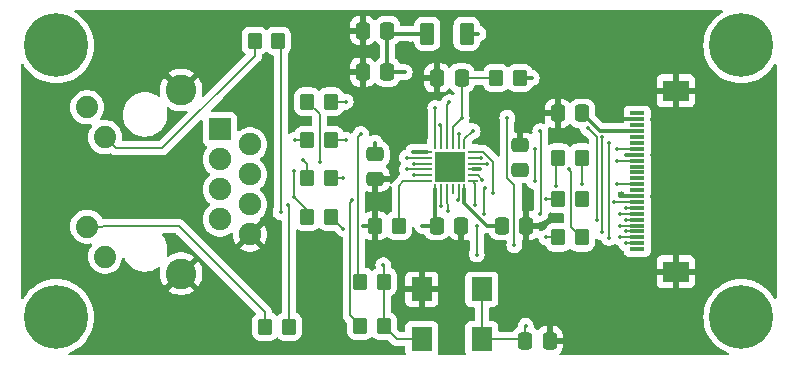
<source format=gbr>
G04 #@! TF.GenerationSoftware,KiCad,Pcbnew,7.0.7-2.fc38*
G04 #@! TF.CreationDate,2023-10-29T11:35:08+01:00*
G04 #@! TF.ProjectId,mangopimqpro-lan8720,6d616e67-6f70-4696-9d71-70726f2d6c61,rev?*
G04 #@! TF.SameCoordinates,Original*
G04 #@! TF.FileFunction,Copper,L1,Top*
G04 #@! TF.FilePolarity,Positive*
%FSLAX46Y46*%
G04 Gerber Fmt 4.6, Leading zero omitted, Abs format (unit mm)*
G04 Created by KiCad (PCBNEW 7.0.7-2.fc38) date 2023-10-29 11:35:08*
%MOMM*%
%LPD*%
G01*
G04 APERTURE LIST*
G04 Aperture macros list*
%AMRoundRect*
0 Rectangle with rounded corners*
0 $1 Rounding radius*
0 $2 $3 $4 $5 $6 $7 $8 $9 X,Y pos of 4 corners*
0 Add a 4 corners polygon primitive as box body*
4,1,4,$2,$3,$4,$5,$6,$7,$8,$9,$2,$3,0*
0 Add four circle primitives for the rounded corners*
1,1,$1+$1,$2,$3*
1,1,$1+$1,$4,$5*
1,1,$1+$1,$6,$7*
1,1,$1+$1,$8,$9*
0 Add four rect primitives between the rounded corners*
20,1,$1+$1,$2,$3,$4,$5,0*
20,1,$1+$1,$4,$5,$6,$7,0*
20,1,$1+$1,$6,$7,$8,$9,0*
20,1,$1+$1,$8,$9,$2,$3,0*%
G04 Aperture macros list end*
G04 #@! TA.AperFunction,SMDPad,CuDef*
%ADD10RoundRect,0.250000X-0.350000X-0.450000X0.350000X-0.450000X0.350000X0.450000X-0.350000X0.450000X0*%
G04 #@! TD*
G04 #@! TA.AperFunction,SMDPad,CuDef*
%ADD11RoundRect,0.250000X0.350000X0.450000X-0.350000X0.450000X-0.350000X-0.450000X0.350000X-0.450000X0*%
G04 #@! TD*
G04 #@! TA.AperFunction,SMDPad,CuDef*
%ADD12RoundRect,0.250000X0.337500X0.475000X-0.337500X0.475000X-0.337500X-0.475000X0.337500X-0.475000X0*%
G04 #@! TD*
G04 #@! TA.AperFunction,ComponentPad*
%ADD13C,1.890000*%
G04 #@! TD*
G04 #@! TA.AperFunction,ComponentPad*
%ADD14R,1.900000X1.900000*%
G04 #@! TD*
G04 #@! TA.AperFunction,ComponentPad*
%ADD15C,1.900000*%
G04 #@! TD*
G04 #@! TA.AperFunction,ComponentPad*
%ADD16C,2.600000*%
G04 #@! TD*
G04 #@! TA.AperFunction,SMDPad,CuDef*
%ADD17RoundRect,0.250000X-0.475000X0.337500X-0.475000X-0.337500X0.475000X-0.337500X0.475000X0.337500X0*%
G04 #@! TD*
G04 #@! TA.AperFunction,ComponentPad*
%ADD18C,5.400000*%
G04 #@! TD*
G04 #@! TA.AperFunction,SMDPad,CuDef*
%ADD19RoundRect,0.062500X0.062500X-0.375000X0.062500X0.375000X-0.062500X0.375000X-0.062500X-0.375000X0*%
G04 #@! TD*
G04 #@! TA.AperFunction,SMDPad,CuDef*
%ADD20RoundRect,0.062500X0.375000X-0.062500X0.375000X0.062500X-0.375000X0.062500X-0.375000X-0.062500X0*%
G04 #@! TD*
G04 #@! TA.AperFunction,ComponentPad*
%ADD21C,0.500000*%
G04 #@! TD*
G04 #@! TA.AperFunction,SMDPad,CuDef*
%ADD22R,2.500000X2.500000*%
G04 #@! TD*
G04 #@! TA.AperFunction,SMDPad,CuDef*
%ADD23RoundRect,0.250000X-0.337500X-0.475000X0.337500X-0.475000X0.337500X0.475000X-0.337500X0.475000X0*%
G04 #@! TD*
G04 #@! TA.AperFunction,SMDPad,CuDef*
%ADD24RoundRect,0.250000X0.362500X0.700000X-0.362500X0.700000X-0.362500X-0.700000X0.362500X-0.700000X0*%
G04 #@! TD*
G04 #@! TA.AperFunction,SMDPad,CuDef*
%ADD25RoundRect,0.250000X0.475000X-0.337500X0.475000X0.337500X-0.475000X0.337500X-0.475000X-0.337500X0*%
G04 #@! TD*
G04 #@! TA.AperFunction,SMDPad,CuDef*
%ADD26R,1.300000X0.300000*%
G04 #@! TD*
G04 #@! TA.AperFunction,SMDPad,CuDef*
%ADD27R,2.200000X1.800000*%
G04 #@! TD*
G04 #@! TA.AperFunction,SMDPad,CuDef*
%ADD28R,1.800000X2.000000*%
G04 #@! TD*
G04 #@! TA.AperFunction,ViaPad*
%ADD29C,0.350000*%
G04 #@! TD*
G04 #@! TA.AperFunction,Conductor*
%ADD30C,0.300000*%
G04 #@! TD*
G04 #@! TA.AperFunction,Conductor*
%ADD31C,0.200000*%
G04 #@! TD*
G04 APERTURE END LIST*
D10*
X58500000Y-44250000D03*
X60500000Y-44250000D03*
D11*
X39250000Y-39250000D03*
X37250000Y-39250000D03*
D12*
X44037500Y-26750000D03*
X41962500Y-26750000D03*
D11*
X39250000Y-36000000D03*
X37250000Y-36000000D03*
D13*
X20150000Y-45875000D03*
X18630000Y-43335000D03*
X20150000Y-35765000D03*
X18630000Y-33225000D03*
D14*
X29870000Y-35105000D03*
D15*
X32410000Y-36375000D03*
X29870000Y-37645000D03*
X32410000Y-38915000D03*
X29870000Y-40185000D03*
X32410000Y-41455000D03*
X29870000Y-42725000D03*
X32410000Y-43995000D03*
D16*
X26580000Y-31775000D03*
X26580000Y-47325000D03*
D17*
X43000000Y-37212500D03*
X43000000Y-39287500D03*
D18*
X74000000Y-28000000D03*
D19*
X48062500Y-40187500D03*
X48562500Y-40187500D03*
X49062500Y-40187500D03*
X49562500Y-40187500D03*
X50062500Y-40187500D03*
X50562500Y-40187500D03*
D20*
X51250000Y-39500000D03*
X51250000Y-39000000D03*
X51250000Y-38500000D03*
X51250000Y-38000000D03*
X51250000Y-37500000D03*
X51250000Y-37000000D03*
D19*
X50562500Y-36312500D03*
X50062500Y-36312500D03*
X49562500Y-36312500D03*
X49062500Y-36312500D03*
X48562500Y-36312500D03*
X48062500Y-36312500D03*
D20*
X47375000Y-37000000D03*
X47375000Y-37500000D03*
X47375000Y-38000000D03*
X47375000Y-38500000D03*
X47375000Y-39000000D03*
X47375000Y-39500000D03*
D21*
X48312500Y-39250000D03*
X49312500Y-39250000D03*
X50312500Y-39250000D03*
X48312500Y-38250000D03*
X49312500Y-38250000D03*
D22*
X49312500Y-38250000D03*
D21*
X50312500Y-38250000D03*
X48312500Y-37250000D03*
X49312500Y-37250000D03*
X50312500Y-37250000D03*
D23*
X48212500Y-43250000D03*
X50287500Y-43250000D03*
D18*
X74000000Y-51000000D03*
D11*
X39250000Y-32750000D03*
X37250000Y-32750000D03*
D24*
X50750000Y-27000000D03*
X47425000Y-27000000D03*
D12*
X60537500Y-33750000D03*
X58462500Y-33750000D03*
X50325000Y-30750000D03*
X48250000Y-30750000D03*
D11*
X55250000Y-30750000D03*
X53250000Y-30750000D03*
X34800000Y-27600000D03*
X32800000Y-27600000D03*
D10*
X58500000Y-41000000D03*
X60500000Y-41000000D03*
D25*
X55250000Y-38537500D03*
X55250000Y-36462500D03*
D11*
X39250000Y-42500000D03*
X37250000Y-42500000D03*
D23*
X55712500Y-53000000D03*
X57787500Y-53000000D03*
D11*
X43750000Y-48000000D03*
X41750000Y-48000000D03*
D18*
X16000000Y-51000000D03*
D11*
X35700000Y-51800000D03*
X33700000Y-51800000D03*
D18*
X16000000Y-28000000D03*
D10*
X58500000Y-37500000D03*
X60500000Y-37500000D03*
D11*
X45000000Y-43250000D03*
X43000000Y-43250000D03*
D12*
X44037500Y-30250000D03*
X41962500Y-30250000D03*
D26*
X65200000Y-45250000D03*
X65200000Y-44750000D03*
X65200000Y-44250000D03*
X65200000Y-43750000D03*
X65200000Y-43250000D03*
X65200000Y-42750000D03*
X65200000Y-42250000D03*
X65200000Y-41750000D03*
X65200000Y-41250000D03*
X65200000Y-40750000D03*
X65200000Y-40250000D03*
X65200000Y-39750000D03*
X65200000Y-39250000D03*
X65200000Y-38750000D03*
X65200000Y-38250000D03*
X65200000Y-37750000D03*
X65200000Y-37250000D03*
X65200000Y-36750000D03*
X65200000Y-36250000D03*
X65200000Y-35750000D03*
X65200000Y-35250000D03*
X65200000Y-34750000D03*
X65200000Y-34250000D03*
X65200000Y-33750000D03*
D27*
X68450000Y-47150000D03*
X68450000Y-31850000D03*
D11*
X43750000Y-51750000D03*
X41750000Y-51750000D03*
D23*
X53712500Y-43250000D03*
X55787500Y-43250000D03*
D28*
X52040000Y-48650000D03*
X46960000Y-48650000D03*
X46960000Y-52850000D03*
X52040000Y-52850000D03*
D29*
X58750000Y-53000000D03*
X64250000Y-37250000D03*
X42000000Y-43250000D03*
X63500000Y-34250000D03*
X43000000Y-40250000D03*
X56750000Y-43250000D03*
X40500000Y-26750000D03*
X55250000Y-35500000D03*
X57500000Y-33750000D03*
X47000000Y-30750000D03*
X63750000Y-40750000D03*
X47000000Y-47300000D03*
X50325000Y-34150500D03*
X54800000Y-44900000D03*
X64250000Y-44750000D03*
X54200000Y-34100000D03*
X40500000Y-32750000D03*
X43000000Y-36250000D03*
X45500000Y-30250000D03*
X40500000Y-36000000D03*
X40250000Y-39250000D03*
X40300000Y-43500000D03*
X46000000Y-27000000D03*
X47000000Y-43250000D03*
X46250000Y-37000000D03*
X49300000Y-32800000D03*
X63750000Y-44250000D03*
X62800000Y-36275500D03*
X62800000Y-44300000D03*
X62225000Y-35774500D03*
X64250000Y-43750000D03*
X48100000Y-33300000D03*
X62200000Y-43800000D03*
X52500000Y-38000000D03*
X60500000Y-44250000D03*
X59400000Y-38500000D03*
X63750000Y-43250000D03*
X64250000Y-42750000D03*
X61750000Y-42750000D03*
X61000000Y-35000000D03*
X48537000Y-34700000D03*
X63750000Y-42250000D03*
X57000000Y-42250000D03*
X57000000Y-35250000D03*
X51250000Y-35250000D03*
X64275000Y-41775000D03*
X51500000Y-41500000D03*
X60500000Y-41000000D03*
X63250000Y-41250000D03*
X53000000Y-40500000D03*
X60500000Y-39750000D03*
X63500000Y-39750000D03*
X52000000Y-37500000D03*
X63500000Y-37750000D03*
X63500000Y-36750000D03*
X56500000Y-39500000D03*
X52059788Y-39393586D03*
X56500000Y-36800000D03*
X35000000Y-42100000D03*
X49200000Y-42000000D03*
X35659269Y-41525804D03*
X48600000Y-41574500D03*
X51600000Y-43300000D03*
X58300000Y-39900000D03*
X52245878Y-42254122D03*
X43700000Y-46600000D03*
X51600000Y-45700000D03*
X52300000Y-40100000D03*
X50100000Y-35500000D03*
X41800000Y-35500000D03*
X50038000Y-41100000D03*
X41050500Y-41100000D03*
X46300000Y-38000000D03*
X37250000Y-32750000D03*
X38300000Y-37900000D03*
X37250000Y-36000000D03*
X45700000Y-37500000D03*
X36200000Y-36000000D03*
X36900000Y-37700000D03*
X37250000Y-39250000D03*
X46300000Y-38974500D03*
X45700000Y-38500000D03*
X36100000Y-40800000D03*
X36100000Y-38600000D03*
X63500000Y-35250000D03*
X55250000Y-38674500D03*
X56250000Y-30750000D03*
X51900000Y-38500000D03*
X57500000Y-41000000D03*
X55750000Y-51750000D03*
X51750000Y-27000000D03*
X57500000Y-44250000D03*
D30*
X58462500Y-33750000D02*
X57500000Y-33750000D01*
D31*
X46960000Y-48650000D02*
X46960000Y-47340000D01*
D30*
X55787500Y-43250000D02*
X56750000Y-43250000D01*
X65200000Y-37250000D02*
X64250000Y-37250000D01*
X41962500Y-26750000D02*
X41962500Y-30250000D01*
X55250000Y-36462500D02*
X55250000Y-35500000D01*
X43000000Y-43250000D02*
X42000000Y-43250000D01*
D31*
X48250000Y-30750000D02*
X47000000Y-30750000D01*
D30*
X41962500Y-26750000D02*
X40500000Y-26750000D01*
X65200000Y-40750000D02*
X63750000Y-40750000D01*
D31*
X57787500Y-53000000D02*
X58750000Y-53000000D01*
D30*
X43000000Y-39287500D02*
X43000000Y-40250000D01*
X65200000Y-34250000D02*
X63500000Y-34250000D01*
D31*
X46960000Y-47340000D02*
X47000000Y-47300000D01*
X65200000Y-44750000D02*
X64300000Y-44750000D01*
X50325000Y-30750000D02*
X53250000Y-30750000D01*
X54800000Y-39800000D02*
X54200000Y-39200000D01*
X49562500Y-34913000D02*
X50325000Y-34150500D01*
X54200000Y-39200000D02*
X54200000Y-34100000D01*
X50325000Y-30750000D02*
X50325000Y-34175000D01*
X54800000Y-44900000D02*
X54800000Y-39800000D01*
X49562500Y-36312500D02*
X49562500Y-34913000D01*
D30*
X47425000Y-27000000D02*
X46000000Y-27000000D01*
X48062500Y-40187500D02*
X48062500Y-43100000D01*
X44037500Y-26750000D02*
X44037500Y-30250000D01*
X46000000Y-27000000D02*
X44287500Y-27000000D01*
X43000000Y-37212500D02*
X43000000Y-36250000D01*
D31*
X39300000Y-42500000D02*
X40300000Y-43500000D01*
X39250000Y-32750000D02*
X40000000Y-32750000D01*
D30*
X47375000Y-37000000D02*
X46250000Y-37000000D01*
D31*
X40500000Y-36000000D02*
X39250000Y-36000000D01*
D30*
X44287500Y-27000000D02*
X44037500Y-26750000D01*
D31*
X40000000Y-32750000D02*
X40500000Y-32750000D01*
D30*
X48212500Y-43250000D02*
X47000000Y-43250000D01*
X44037500Y-30250000D02*
X45500000Y-30250000D01*
D31*
X39250000Y-39250000D02*
X40250000Y-39250000D01*
X39250000Y-42500000D02*
X39300000Y-42500000D01*
D30*
X48062500Y-43100000D02*
X48212500Y-43250000D01*
D31*
X62775000Y-44275000D02*
X62775000Y-36300500D01*
X62775000Y-36300500D02*
X62800000Y-36275500D01*
X49062500Y-33037500D02*
X49300000Y-32800000D01*
X65200000Y-44250000D02*
X63750000Y-44250000D01*
X62800000Y-44300000D02*
X62775000Y-44275000D01*
X49062500Y-36312500D02*
X49062500Y-33037500D01*
X62200000Y-43800000D02*
X62225000Y-43775000D01*
X48062500Y-36312500D02*
X48062500Y-33337500D01*
X62225000Y-43775000D02*
X62225000Y-35774500D01*
X65200000Y-43750000D02*
X64250000Y-43750000D01*
X48062500Y-33337500D02*
X48100000Y-33300000D01*
X59600000Y-43350000D02*
X60500000Y-44250000D01*
X51250000Y-38000000D02*
X52500000Y-38000000D01*
X59400000Y-38500000D02*
X59600000Y-38700000D01*
X63750000Y-43250000D02*
X65200000Y-43250000D01*
X59600000Y-38700000D02*
X59600000Y-43350000D01*
X48562500Y-34725500D02*
X48537000Y-34700000D01*
X61750000Y-35750000D02*
X61000000Y-35000000D01*
X48562500Y-36312500D02*
X48562500Y-34725500D01*
X61750000Y-42750000D02*
X61750000Y-35750000D01*
X65200000Y-42750000D02*
X64250000Y-42750000D01*
X57025000Y-42225000D02*
X57025000Y-35275000D01*
X65200000Y-42250000D02*
X63750000Y-42250000D01*
X50562500Y-35937500D02*
X51250000Y-35250000D01*
X57025000Y-35275000D02*
X57000000Y-35250000D01*
X50562500Y-36312500D02*
X50562500Y-35937500D01*
X57000000Y-42250000D02*
X57025000Y-42225000D01*
X64275000Y-41775000D02*
X64300000Y-41750000D01*
X51500000Y-41500000D02*
X51500000Y-39750000D01*
X64300000Y-41750000D02*
X65200000Y-41750000D01*
X51500000Y-39750000D02*
X51250000Y-39500000D01*
X52171752Y-37000000D02*
X53000000Y-37828248D01*
X63250000Y-41250000D02*
X65200000Y-41250000D01*
X53000000Y-37828248D02*
X53000000Y-40500000D01*
X52000000Y-37000000D02*
X52171752Y-37000000D01*
X52000000Y-37000000D02*
X51250000Y-37000000D01*
X65200000Y-39750000D02*
X63500000Y-39750000D01*
X60500000Y-39750000D02*
X60500000Y-37500000D01*
X65200000Y-37750000D02*
X63500000Y-37750000D01*
X52000000Y-37500000D02*
X51250000Y-37500000D01*
X56500000Y-39500000D02*
X56500000Y-36800000D01*
X51700152Y-39000000D02*
X52059788Y-39359636D01*
X51250000Y-39000000D02*
X51700152Y-39000000D01*
X52059788Y-39359636D02*
X52059788Y-39393586D01*
X65200000Y-36750000D02*
X63500000Y-36750000D01*
X35000000Y-42100000D02*
X35000000Y-27800000D01*
X35000000Y-27800000D02*
X34800000Y-27600000D01*
X49062500Y-40187500D02*
X49062500Y-41365248D01*
X49200000Y-41502748D02*
X49200000Y-42000000D01*
X49062500Y-41365248D02*
X49200000Y-41502748D01*
X48562500Y-41537000D02*
X48600000Y-41574500D01*
X48562500Y-40187500D02*
X48562500Y-41537000D01*
X35700000Y-51800000D02*
X35700000Y-41566535D01*
X35700000Y-41566535D02*
X35659269Y-41525804D01*
X43750000Y-48000000D02*
X43750000Y-46650000D01*
X43750000Y-51750000D02*
X43750000Y-48000000D01*
X58500000Y-37500000D02*
X58250000Y-37750000D01*
X58300000Y-37700000D02*
X58500000Y-37500000D01*
X43750000Y-46650000D02*
X43700000Y-46600000D01*
X44850000Y-52850000D02*
X43750000Y-51750000D01*
X52245878Y-40154122D02*
X52300000Y-40100000D01*
X46960000Y-52850000D02*
X44850000Y-52850000D01*
X58300000Y-39900000D02*
X58300000Y-37700000D01*
X51600000Y-45700000D02*
X51600000Y-43300000D01*
X52245878Y-42254122D02*
X52245878Y-40154122D01*
X50062500Y-35537500D02*
X50100000Y-35500000D01*
X41800000Y-35500000D02*
X41525000Y-35775000D01*
X50062500Y-36312500D02*
X50062500Y-35537500D01*
X41525000Y-35775000D02*
X41525000Y-47775000D01*
X41525000Y-47775000D02*
X41750000Y-48000000D01*
X40850000Y-41300500D02*
X40850000Y-50850000D01*
X50062500Y-40187500D02*
X50062500Y-41075500D01*
X50062500Y-41075500D02*
X50038000Y-41100000D01*
X40850000Y-50850000D02*
X41750000Y-51750000D01*
X41050500Y-41100000D02*
X40850000Y-41300500D01*
X47375000Y-39500000D02*
X45400000Y-39500000D01*
X45000000Y-39900000D02*
X45000000Y-43250000D01*
X45400000Y-39500000D02*
X45000000Y-39900000D01*
X19916431Y-43335000D02*
X19961431Y-43290000D01*
X19961431Y-43290000D02*
X26390000Y-43290000D01*
X18580000Y-43335000D02*
X19916431Y-43335000D01*
X33700000Y-50600000D02*
X33700000Y-51800000D01*
X26390000Y-43290000D02*
X33700000Y-50600000D01*
X21094999Y-36709999D02*
X20150000Y-35765000D01*
X24990001Y-36709999D02*
X21094999Y-36709999D01*
X32800000Y-28900000D02*
X24990001Y-36709999D01*
X32800000Y-27600000D02*
X32800000Y-28900000D01*
X47375000Y-38000000D02*
X46300000Y-38000000D01*
X38300000Y-37900000D02*
X38300000Y-33800000D01*
X38300000Y-33800000D02*
X37250000Y-32750000D01*
X37250000Y-36000000D02*
X36200000Y-36000000D01*
X47375000Y-37500000D02*
X45700000Y-37500000D01*
X37250000Y-39250000D02*
X37250000Y-38050000D01*
X37250000Y-38050000D02*
X36900000Y-37700000D01*
X46325500Y-39000000D02*
X46300000Y-38974500D01*
X47375000Y-39000000D02*
X46325500Y-39000000D01*
X37250000Y-41950000D02*
X36100000Y-40800000D01*
X47375000Y-38500000D02*
X45700000Y-38500000D01*
X37250000Y-42500000D02*
X37250000Y-41950000D01*
X36100000Y-38600000D02*
X36100000Y-40800000D01*
D30*
X62037500Y-35250000D02*
X60537500Y-33750000D01*
X51250000Y-38500000D02*
X51900000Y-38500000D01*
D31*
X55712500Y-51787500D02*
X55750000Y-51750000D01*
D30*
X65200000Y-35250000D02*
X63500000Y-35250000D01*
D31*
X52040000Y-52850000D02*
X52040000Y-48650000D01*
X55562500Y-52850000D02*
X52040000Y-52850000D01*
D30*
X63500000Y-35250000D02*
X62037500Y-35250000D01*
X50750000Y-27000000D02*
X51750000Y-27000000D01*
D31*
X55712500Y-53000000D02*
X55712500Y-51787500D01*
D30*
X55250000Y-30750000D02*
X56250000Y-30750000D01*
D31*
X58500000Y-41000000D02*
X57500000Y-41000000D01*
X58500000Y-44250000D02*
X57500000Y-44250000D01*
X55712500Y-53000000D02*
X55562500Y-52850000D01*
D30*
X50562500Y-41312500D02*
X52500000Y-43250000D01*
X50562500Y-40187500D02*
X50562500Y-41312500D01*
X52500000Y-43250000D02*
X53712500Y-43250000D01*
G04 #@! TA.AperFunction,Conductor*
G36*
X63994688Y-40370185D02*
G01*
X64040443Y-40422989D01*
X64050939Y-40461252D01*
X64053931Y-40489096D01*
X64053931Y-40515596D01*
X64051442Y-40538752D01*
X64024705Y-40603304D01*
X63967314Y-40643154D01*
X63928152Y-40649500D01*
X63694449Y-40649500D01*
X63627410Y-40629815D01*
X63581655Y-40577011D01*
X63571711Y-40507853D01*
X63600736Y-40444297D01*
X63659514Y-40406523D01*
X63664774Y-40405103D01*
X63674171Y-40402786D01*
X63741295Y-40386242D01*
X63782332Y-40364703D01*
X63839958Y-40350500D01*
X63927649Y-40350500D01*
X63994688Y-40370185D01*
G37*
G04 #@! TD.AperFunction*
G04 #@! TA.AperFunction,Conductor*
G36*
X48682227Y-37270184D02*
G01*
X48702869Y-37286818D01*
X48812497Y-37396446D01*
X48922126Y-37286818D01*
X48983449Y-37253333D01*
X49009800Y-37250499D01*
X49126074Y-37250499D01*
X49193113Y-37270184D01*
X49226391Y-37301613D01*
X49250694Y-37335062D01*
X49250696Y-37335064D01*
X49250697Y-37335065D01*
X49296662Y-37350000D01*
X49296663Y-37350000D01*
X49328337Y-37350000D01*
X49328338Y-37350000D01*
X49374303Y-37335065D01*
X49398607Y-37301612D01*
X49453934Y-37258949D01*
X49498919Y-37250499D01*
X49615189Y-37250499D01*
X49682228Y-37270184D01*
X49702870Y-37286817D01*
X49812499Y-37396445D01*
X49922127Y-37286818D01*
X49983450Y-37253333D01*
X50009801Y-37250499D01*
X50126074Y-37250499D01*
X50193113Y-37270184D01*
X50226391Y-37301613D01*
X50250694Y-37335062D01*
X50250695Y-37335063D01*
X50250697Y-37335065D01*
X50250699Y-37335065D01*
X50260883Y-37342465D01*
X50303550Y-37397794D01*
X50312000Y-37442785D01*
X50312000Y-37552689D01*
X50292315Y-37619728D01*
X50275681Y-37640370D01*
X50166053Y-37749997D01*
X50166053Y-37749998D01*
X50275682Y-37859628D01*
X50309166Y-37920951D01*
X50312000Y-37947309D01*
X50312000Y-38057214D01*
X50292315Y-38124253D01*
X50260885Y-38157532D01*
X50250698Y-38164933D01*
X50212499Y-38217508D01*
X50212499Y-38282491D01*
X50250696Y-38335064D01*
X50260883Y-38342465D01*
X50303550Y-38397794D01*
X50312000Y-38442785D01*
X50312000Y-38552690D01*
X50292315Y-38619729D01*
X50275682Y-38640371D01*
X50166053Y-38750000D01*
X50275681Y-38859628D01*
X50309166Y-38920951D01*
X50312000Y-38947309D01*
X50312000Y-39057214D01*
X50292315Y-39124253D01*
X50260885Y-39157532D01*
X50250698Y-39164933D01*
X50226393Y-39198386D01*
X50171063Y-39241051D01*
X50126075Y-39249500D01*
X50009810Y-39249500D01*
X49942771Y-39229815D01*
X49922129Y-39213182D01*
X49812500Y-39103553D01*
X49702871Y-39213182D01*
X49641548Y-39246666D01*
X49615190Y-39249500D01*
X49498925Y-39249500D01*
X49431886Y-39229815D01*
X49398607Y-39198386D01*
X49374303Y-39164935D01*
X49328339Y-39150000D01*
X49328338Y-39150000D01*
X49296662Y-39150000D01*
X49296660Y-39150000D01*
X49250696Y-39164935D01*
X49226393Y-39198386D01*
X49171063Y-39241051D01*
X49126075Y-39249500D01*
X49009810Y-39249500D01*
X48942771Y-39229815D01*
X48922129Y-39213182D01*
X48812498Y-39103553D01*
X48702872Y-39213181D01*
X48641549Y-39246666D01*
X48615190Y-39249500D01*
X48498925Y-39249500D01*
X48431886Y-39229815D01*
X48398607Y-39198386D01*
X48374303Y-39164935D01*
X48364116Y-39157534D01*
X48321449Y-39102204D01*
X48312999Y-39057218D01*
X48312999Y-38947308D01*
X48332684Y-38880270D01*
X48349318Y-38859627D01*
X48458946Y-38749999D01*
X48458945Y-38749998D01*
X49166053Y-38749998D01*
X49312500Y-38896446D01*
X49458947Y-38750000D01*
X49458947Y-38749999D01*
X49312501Y-38603553D01*
X49166053Y-38749998D01*
X48458945Y-38749998D01*
X48349318Y-38640371D01*
X48315833Y-38579048D01*
X48312999Y-38552697D01*
X48312999Y-38442784D01*
X48332684Y-38375746D01*
X48364118Y-38342464D01*
X48374300Y-38335065D01*
X48374303Y-38335065D01*
X48412500Y-38282492D01*
X48412500Y-38250000D01*
X48666053Y-38250000D01*
X48812500Y-38396447D01*
X48926456Y-38282491D01*
X49212499Y-38282491D01*
X49247994Y-38331344D01*
X49250697Y-38335065D01*
X49296662Y-38350000D01*
X49296663Y-38350000D01*
X49328337Y-38350000D01*
X49328338Y-38350000D01*
X49374303Y-38335065D01*
X49412500Y-38282492D01*
X49412500Y-38250000D01*
X49666053Y-38250000D01*
X49812499Y-38396447D01*
X49958947Y-38250000D01*
X49812498Y-38103553D01*
X49666053Y-38250000D01*
X49412500Y-38250000D01*
X49412500Y-38217508D01*
X49374303Y-38164935D01*
X49374297Y-38164933D01*
X49328339Y-38150000D01*
X49328338Y-38150000D01*
X49296662Y-38150000D01*
X49296660Y-38150000D01*
X49250696Y-38164935D01*
X49212499Y-38217508D01*
X49212499Y-38282491D01*
X48926456Y-38282491D01*
X48958947Y-38250000D01*
X48812500Y-38103553D01*
X48666053Y-38250000D01*
X48412500Y-38250000D01*
X48412500Y-38217508D01*
X48374303Y-38164935D01*
X48364116Y-38157534D01*
X48321449Y-38102204D01*
X48312999Y-38057218D01*
X48312999Y-37947308D01*
X48332684Y-37880270D01*
X48349318Y-37859628D01*
X48458946Y-37750000D01*
X49166053Y-37750000D01*
X49312500Y-37896447D01*
X49458947Y-37750000D01*
X49312500Y-37603553D01*
X49166053Y-37750000D01*
X48458946Y-37750000D01*
X48458947Y-37749999D01*
X48349318Y-37640372D01*
X48315833Y-37579049D01*
X48312999Y-37552697D01*
X48312999Y-37442784D01*
X48332684Y-37375746D01*
X48364118Y-37342464D01*
X48374300Y-37335065D01*
X48374303Y-37335065D01*
X48398607Y-37301612D01*
X48453934Y-37258949D01*
X48498919Y-37250499D01*
X48615188Y-37250499D01*
X48682227Y-37270184D01*
G37*
G04 #@! TD.AperFunction*
G04 #@! TA.AperFunction,Conductor*
G36*
X72397070Y-25020185D02*
G01*
X72442825Y-25072989D01*
X72452769Y-25142147D01*
X72423744Y-25205703D01*
X72390012Y-25233028D01*
X72294545Y-25285790D01*
X72001377Y-25493805D01*
X71733339Y-25733339D01*
X71493805Y-26001377D01*
X71285790Y-26294545D01*
X71111905Y-26609168D01*
X70974339Y-26941281D01*
X70874828Y-27286694D01*
X70874826Y-27286703D01*
X70814614Y-27641085D01*
X70814612Y-27641097D01*
X70794457Y-28000000D01*
X70814612Y-28358902D01*
X70814614Y-28358914D01*
X70874826Y-28713296D01*
X70874828Y-28713305D01*
X70974339Y-29058718D01*
X70974341Y-29058724D01*
X71034037Y-29202841D01*
X71111905Y-29390831D01*
X71285790Y-29705454D01*
X71493805Y-29998622D01*
X71499658Y-30005171D01*
X71733339Y-30266661D01*
X72001377Y-30506194D01*
X72294548Y-30714211D01*
X72609167Y-30888094D01*
X72941276Y-31025659D01*
X73286700Y-31125173D01*
X73641093Y-31185387D01*
X74000000Y-31205543D01*
X74358907Y-31185387D01*
X74713300Y-31125173D01*
X75058724Y-31025659D01*
X75390833Y-30888094D01*
X75705452Y-30714211D01*
X75998623Y-30506194D01*
X76266661Y-30266661D01*
X76506194Y-29998623D01*
X76714211Y-29705452D01*
X76766972Y-29609986D01*
X76816628Y-29560834D01*
X76884976Y-29546331D01*
X76950315Y-29571081D01*
X76991901Y-29627227D01*
X76999500Y-29669968D01*
X76999500Y-49330031D01*
X76979815Y-49397070D01*
X76927011Y-49442825D01*
X76857853Y-49452769D01*
X76794297Y-49423744D01*
X76766972Y-49390012D01*
X76714209Y-49294545D01*
X76506194Y-49001377D01*
X76415598Y-48900000D01*
X76266661Y-48733339D01*
X75998623Y-48493806D01*
X75997986Y-48493354D01*
X75705454Y-48285790D01*
X75548142Y-48198847D01*
X75390833Y-48111906D01*
X75338640Y-48090287D01*
X75242191Y-48050336D01*
X75058724Y-47974341D01*
X75058720Y-47974339D01*
X75058718Y-47974339D01*
X74713305Y-47874828D01*
X74713296Y-47874826D01*
X74358914Y-47814614D01*
X74358902Y-47814612D01*
X74000000Y-47794457D01*
X73641097Y-47814612D01*
X73641085Y-47814614D01*
X73286703Y-47874826D01*
X73286694Y-47874828D01*
X72941281Y-47974339D01*
X72609168Y-48111905D01*
X72294545Y-48285790D01*
X72001377Y-48493805D01*
X71733339Y-48733339D01*
X71493805Y-49001377D01*
X71285790Y-49294545D01*
X71111905Y-49609168D01*
X70974339Y-49941281D01*
X70874828Y-50286694D01*
X70874826Y-50286703D01*
X70814614Y-50641085D01*
X70814612Y-50641097D01*
X70794457Y-50999999D01*
X70814612Y-51358902D01*
X70814614Y-51358914D01*
X70874826Y-51713296D01*
X70874828Y-51713305D01*
X70973745Y-52056655D01*
X70974341Y-52058724D01*
X71038320Y-52213181D01*
X71111905Y-52390831D01*
X71285790Y-52705454D01*
X71485430Y-52986818D01*
X71493806Y-52998623D01*
X71733339Y-53266661D01*
X71944854Y-53455682D01*
X72001377Y-53506194D01*
X72172618Y-53627697D01*
X72294548Y-53714211D01*
X72609167Y-53888094D01*
X72905741Y-54010939D01*
X72960143Y-54054780D01*
X72982208Y-54121074D01*
X72964929Y-54188774D01*
X72913791Y-54236384D01*
X72858287Y-54249500D01*
X58710523Y-54249500D01*
X58643484Y-54229815D01*
X58597729Y-54177011D01*
X58587785Y-54107853D01*
X58616810Y-54044297D01*
X58622842Y-54037819D01*
X58717315Y-53943345D01*
X58809356Y-53794124D01*
X58809358Y-53794119D01*
X58864505Y-53627697D01*
X58864506Y-53627690D01*
X58874999Y-53524986D01*
X58875000Y-53524973D01*
X58875000Y-53250000D01*
X57661500Y-53250000D01*
X57594461Y-53230315D01*
X57548706Y-53177511D01*
X57537500Y-53126000D01*
X57537499Y-51775000D01*
X58037500Y-51775000D01*
X58037500Y-52750000D01*
X58874999Y-52750000D01*
X58874999Y-52475028D01*
X58874998Y-52475013D01*
X58864505Y-52372302D01*
X58809358Y-52205880D01*
X58809356Y-52205875D01*
X58717315Y-52056654D01*
X58593345Y-51932684D01*
X58444124Y-51840643D01*
X58444119Y-51840641D01*
X58277697Y-51785494D01*
X58277690Y-51785493D01*
X58174986Y-51775000D01*
X58037500Y-51775000D01*
X57537499Y-51775000D01*
X57400027Y-51775000D01*
X57400012Y-51775001D01*
X57297302Y-51785494D01*
X57130880Y-51840641D01*
X57130875Y-51840643D01*
X56981654Y-51932684D01*
X56857683Y-52056655D01*
X56857679Y-52056660D01*
X56855826Y-52059665D01*
X56854018Y-52061290D01*
X56853202Y-52062323D01*
X56853025Y-52062183D01*
X56803874Y-52106385D01*
X56734911Y-52117601D01*
X56670831Y-52089752D01*
X56644753Y-52059653D01*
X56644176Y-52058718D01*
X56642712Y-52056344D01*
X56518656Y-51932288D01*
X56518655Y-51932287D01*
X56483581Y-51910653D01*
X56436857Y-51858704D01*
X56425583Y-51790169D01*
X56430461Y-51750000D01*
X56410688Y-51587155D01*
X56352518Y-51433774D01*
X56259332Y-51298771D01*
X56259329Y-51298768D01*
X56259327Y-51298766D01*
X56136548Y-51189993D01*
X55991291Y-51113756D01*
X55832022Y-51074500D01*
X55832021Y-51074500D01*
X55667979Y-51074500D01*
X55667978Y-51074500D01*
X55508708Y-51113756D01*
X55363451Y-51189993D01*
X55240672Y-51298766D01*
X55240666Y-51298773D01*
X55147483Y-51433771D01*
X55089312Y-51587154D01*
X55089311Y-51587157D01*
X55069539Y-51749999D01*
X55069539Y-51757500D01*
X55067471Y-51757500D01*
X55057718Y-51816080D01*
X55011191Y-51867618D01*
X54906342Y-51932289D01*
X54782289Y-52056342D01*
X54779237Y-52061290D01*
X54707861Y-52177011D01*
X54699481Y-52190597D01*
X54647533Y-52237321D01*
X54593942Y-52249500D01*
X53564499Y-52249500D01*
X53497460Y-52229815D01*
X53451705Y-52177011D01*
X53440499Y-52125500D01*
X53440499Y-51802129D01*
X53440498Y-51802123D01*
X53440497Y-51802116D01*
X53434091Y-51742517D01*
X53423192Y-51713296D01*
X53383797Y-51607671D01*
X53383793Y-51607664D01*
X53297547Y-51492455D01*
X53297544Y-51492452D01*
X53182335Y-51406206D01*
X53182328Y-51406202D01*
X53047482Y-51355908D01*
X53047483Y-51355908D01*
X52987883Y-51349501D01*
X52987881Y-51349500D01*
X52987873Y-51349500D01*
X52987865Y-51349500D01*
X52764500Y-51349500D01*
X52697461Y-51329815D01*
X52651706Y-51277011D01*
X52640500Y-51225500D01*
X52640500Y-50274499D01*
X52660185Y-50207460D01*
X52712989Y-50161705D01*
X52764500Y-50150499D01*
X52987871Y-50150499D01*
X52987872Y-50150499D01*
X53047483Y-50144091D01*
X53182331Y-50093796D01*
X53297546Y-50007546D01*
X53383796Y-49892331D01*
X53434091Y-49757483D01*
X53440500Y-49697873D01*
X53440499Y-47602128D01*
X53434091Y-47542517D01*
X53419778Y-47504143D01*
X53383797Y-47407671D01*
X53383793Y-47407664D01*
X53378056Y-47400000D01*
X66850000Y-47400000D01*
X66850000Y-48097844D01*
X66856401Y-48157372D01*
X66856403Y-48157379D01*
X66906645Y-48292086D01*
X66906649Y-48292093D01*
X66992809Y-48407187D01*
X66992812Y-48407190D01*
X67107906Y-48493350D01*
X67107913Y-48493354D01*
X67242620Y-48543596D01*
X67242627Y-48543598D01*
X67302155Y-48549999D01*
X67302172Y-48550000D01*
X68200000Y-48550000D01*
X68200000Y-47400000D01*
X68700000Y-47400000D01*
X68700000Y-48550000D01*
X69597828Y-48550000D01*
X69597844Y-48549999D01*
X69657372Y-48543598D01*
X69657379Y-48543596D01*
X69792086Y-48493354D01*
X69792093Y-48493350D01*
X69907187Y-48407190D01*
X69907190Y-48407187D01*
X69993350Y-48292093D01*
X69993354Y-48292086D01*
X70043596Y-48157379D01*
X70043598Y-48157372D01*
X70049999Y-48097844D01*
X70050000Y-48097827D01*
X70050000Y-47400000D01*
X68700000Y-47400000D01*
X68200000Y-47400000D01*
X66850000Y-47400000D01*
X53378056Y-47400000D01*
X53297547Y-47292455D01*
X53297544Y-47292452D01*
X53182335Y-47206206D01*
X53182328Y-47206202D01*
X53047482Y-47155908D01*
X53047483Y-47155908D01*
X52987883Y-47149501D01*
X52987881Y-47149500D01*
X52987873Y-47149500D01*
X52987864Y-47149500D01*
X51092129Y-47149500D01*
X51092123Y-47149501D01*
X51032516Y-47155908D01*
X50897671Y-47206202D01*
X50897664Y-47206206D01*
X50782455Y-47292452D01*
X50782452Y-47292455D01*
X50696206Y-47407664D01*
X50696202Y-47407671D01*
X50645908Y-47542517D01*
X50639501Y-47602116D01*
X50639501Y-47602123D01*
X50639500Y-47602135D01*
X50639500Y-49697870D01*
X50639501Y-49697876D01*
X50645908Y-49757483D01*
X50696202Y-49892328D01*
X50696206Y-49892335D01*
X50782452Y-50007544D01*
X50782455Y-50007547D01*
X50897664Y-50093793D01*
X50897671Y-50093797D01*
X50942618Y-50110561D01*
X51032517Y-50144091D01*
X51092127Y-50150500D01*
X51315499Y-50150499D01*
X51382538Y-50170183D01*
X51428293Y-50222987D01*
X51439499Y-50274499D01*
X51439500Y-51225500D01*
X51419816Y-51292539D01*
X51367012Y-51338294D01*
X51315501Y-51349500D01*
X51092130Y-51349500D01*
X51092123Y-51349501D01*
X51032516Y-51355908D01*
X50897671Y-51406202D01*
X50897664Y-51406206D01*
X50782455Y-51492452D01*
X50782452Y-51492455D01*
X50696206Y-51607664D01*
X50696202Y-51607671D01*
X50645908Y-51742517D01*
X50642416Y-51775001D01*
X50639501Y-51802123D01*
X50639500Y-51802135D01*
X50639500Y-53897870D01*
X50639501Y-53897876D01*
X50645908Y-53957483D01*
X50692413Y-54082167D01*
X50697397Y-54151859D01*
X50663912Y-54213182D01*
X50602589Y-54246666D01*
X50576231Y-54249500D01*
X48423769Y-54249500D01*
X48356730Y-54229815D01*
X48310975Y-54177011D01*
X48301031Y-54107853D01*
X48307587Y-54082167D01*
X48317802Y-54054780D01*
X48354091Y-53957483D01*
X48360500Y-53897873D01*
X48360499Y-51802128D01*
X48354091Y-51742517D01*
X48343192Y-51713296D01*
X48303797Y-51607671D01*
X48303793Y-51607664D01*
X48217547Y-51492455D01*
X48217544Y-51492452D01*
X48102335Y-51406206D01*
X48102328Y-51406202D01*
X47967482Y-51355908D01*
X47967483Y-51355908D01*
X47907883Y-51349501D01*
X47907881Y-51349500D01*
X47907873Y-51349500D01*
X47907864Y-51349500D01*
X46012129Y-51349500D01*
X46012123Y-51349501D01*
X45952516Y-51355908D01*
X45817671Y-51406202D01*
X45817664Y-51406206D01*
X45702455Y-51492452D01*
X45702452Y-51492455D01*
X45616206Y-51607664D01*
X45616202Y-51607671D01*
X45565908Y-51742517D01*
X45562416Y-51775001D01*
X45559501Y-51802123D01*
X45559500Y-51802135D01*
X45559500Y-52125500D01*
X45539815Y-52192539D01*
X45487011Y-52238294D01*
X45435500Y-52249500D01*
X45150097Y-52249500D01*
X45083058Y-52229815D01*
X45062416Y-52213181D01*
X44886818Y-52037583D01*
X44853333Y-51976260D01*
X44850499Y-51949902D01*
X44850499Y-51249998D01*
X44850498Y-51249981D01*
X44839999Y-51147203D01*
X44839998Y-51147200D01*
X44828916Y-51113756D01*
X44784814Y-50980666D01*
X44692712Y-50831344D01*
X44568656Y-50707288D01*
X44419334Y-50615186D01*
X44419332Y-50615185D01*
X44413187Y-50611395D01*
X44414290Y-50609605D01*
X44369649Y-50570290D01*
X44350500Y-50504091D01*
X44350500Y-49245908D01*
X44370185Y-49178869D01*
X44414271Y-49140363D01*
X44413187Y-49138605D01*
X44419332Y-49134814D01*
X44419334Y-49134814D01*
X44568656Y-49042712D01*
X44692712Y-48918656D01*
X44704219Y-48900000D01*
X45560000Y-48900000D01*
X45560000Y-49697844D01*
X45566401Y-49757372D01*
X45566403Y-49757379D01*
X45616645Y-49892086D01*
X45616649Y-49892093D01*
X45702809Y-50007187D01*
X45702812Y-50007190D01*
X45817906Y-50093350D01*
X45817913Y-50093354D01*
X45952620Y-50143596D01*
X45952627Y-50143598D01*
X46012155Y-50149999D01*
X46012172Y-50150000D01*
X46710000Y-50150000D01*
X46710000Y-50149999D01*
X47209999Y-50149999D01*
X47210000Y-50150000D01*
X47907828Y-50150000D01*
X47907844Y-50149999D01*
X47967372Y-50143598D01*
X47967379Y-50143596D01*
X48102086Y-50093354D01*
X48102093Y-50093350D01*
X48217187Y-50007190D01*
X48217190Y-50007187D01*
X48303350Y-49892093D01*
X48303354Y-49892086D01*
X48353596Y-49757379D01*
X48353598Y-49757372D01*
X48359999Y-49697844D01*
X48360000Y-49697827D01*
X48360000Y-48900000D01*
X47210000Y-48900000D01*
X47209999Y-50149999D01*
X46710000Y-50149999D01*
X46710000Y-48900000D01*
X45560000Y-48900000D01*
X44704219Y-48900000D01*
X44784814Y-48769334D01*
X44839999Y-48602797D01*
X44850500Y-48500009D01*
X44850500Y-48400000D01*
X45560000Y-48400000D01*
X46710000Y-48400000D01*
X47209999Y-48400000D01*
X48360000Y-48400000D01*
X48360000Y-47602172D01*
X48359999Y-47602155D01*
X48353598Y-47542627D01*
X48353596Y-47542620D01*
X48303354Y-47407913D01*
X48303350Y-47407906D01*
X48217190Y-47292812D01*
X48217187Y-47292809D01*
X48102093Y-47206649D01*
X48102086Y-47206645D01*
X47967379Y-47156403D01*
X47967372Y-47156401D01*
X47907844Y-47150000D01*
X47210000Y-47150000D01*
X47209999Y-48400000D01*
X46710000Y-48400000D01*
X46710000Y-47150000D01*
X46012155Y-47150000D01*
X45952627Y-47156401D01*
X45952620Y-47156403D01*
X45817913Y-47206645D01*
X45817906Y-47206649D01*
X45702812Y-47292809D01*
X45702809Y-47292812D01*
X45616649Y-47407906D01*
X45616645Y-47407913D01*
X45566403Y-47542620D01*
X45566401Y-47542627D01*
X45560000Y-47602155D01*
X45560000Y-48400000D01*
X44850500Y-48400000D01*
X44850499Y-47499992D01*
X44839999Y-47397203D01*
X44784814Y-47230666D01*
X44692712Y-47081344D01*
X44568656Y-46957288D01*
X44475778Y-46900000D01*
X66850000Y-46900000D01*
X68200000Y-46900000D01*
X68200000Y-45750000D01*
X68700000Y-45750000D01*
X68700000Y-46900000D01*
X70050000Y-46900000D01*
X70050000Y-46202172D01*
X70049999Y-46202155D01*
X70043598Y-46142627D01*
X70043596Y-46142620D01*
X69993354Y-46007913D01*
X69993350Y-46007906D01*
X69907190Y-45892812D01*
X69907187Y-45892809D01*
X69792093Y-45806649D01*
X69792086Y-45806645D01*
X69657379Y-45756403D01*
X69657372Y-45756401D01*
X69597844Y-45750000D01*
X68700000Y-45750000D01*
X68200000Y-45750000D01*
X67302155Y-45750000D01*
X67242627Y-45756401D01*
X67242620Y-45756403D01*
X67107913Y-45806645D01*
X67107906Y-45806649D01*
X66992812Y-45892809D01*
X66992809Y-45892812D01*
X66906649Y-46007906D01*
X66906645Y-46007913D01*
X66856403Y-46142620D01*
X66856401Y-46142627D01*
X66850000Y-46202155D01*
X66850000Y-46900000D01*
X44475778Y-46900000D01*
X44420780Y-46866077D01*
X44374057Y-46814131D01*
X44362782Y-46745595D01*
X44380461Y-46600000D01*
X44360688Y-46437155D01*
X44302518Y-46283774D01*
X44209332Y-46148771D01*
X44209329Y-46148768D01*
X44209327Y-46148766D01*
X44086548Y-46039993D01*
X43941291Y-45963756D01*
X43782022Y-45924500D01*
X43782021Y-45924500D01*
X43617979Y-45924500D01*
X43617978Y-45924500D01*
X43458708Y-45963756D01*
X43313451Y-46039993D01*
X43190672Y-46148766D01*
X43190666Y-46148773D01*
X43097483Y-46283771D01*
X43039312Y-46437154D01*
X43039311Y-46437157D01*
X43019539Y-46599999D01*
X43039311Y-46762842D01*
X43039312Y-46762847D01*
X43042293Y-46770705D01*
X43047660Y-46840368D01*
X43014513Y-46901874D01*
X42991449Y-46920214D01*
X42931344Y-46957287D01*
X42931343Y-46957288D01*
X42837681Y-47050951D01*
X42776358Y-47084436D01*
X42706666Y-47079452D01*
X42662319Y-47050951D01*
X42568657Y-46957289D01*
X42568656Y-46957288D01*
X42419334Y-46865186D01*
X42252797Y-46810001D01*
X42248965Y-46809609D01*
X42236894Y-46808376D01*
X42172203Y-46781978D01*
X42132053Y-46724796D01*
X42125500Y-46685018D01*
X42125500Y-44479854D01*
X42145185Y-44412815D01*
X42197989Y-44367060D01*
X42267147Y-44357116D01*
X42314598Y-44374316D01*
X42330873Y-44384355D01*
X42330880Y-44384358D01*
X42497302Y-44439505D01*
X42497309Y-44439506D01*
X42600019Y-44449999D01*
X42749999Y-44449999D01*
X43250000Y-44449999D01*
X43399972Y-44449999D01*
X43399986Y-44449998D01*
X43502697Y-44439505D01*
X43669119Y-44384358D01*
X43669124Y-44384356D01*
X43818342Y-44292317D01*
X43911964Y-44198695D01*
X43973287Y-44165210D01*
X44042979Y-44170194D01*
X44087327Y-44198695D01*
X44181344Y-44292712D01*
X44330666Y-44384814D01*
X44497203Y-44439999D01*
X44599991Y-44450500D01*
X45400008Y-44450499D01*
X45400016Y-44450498D01*
X45400019Y-44450498D01*
X45456302Y-44444748D01*
X45502797Y-44439999D01*
X45669334Y-44384814D01*
X45818656Y-44292712D01*
X45942712Y-44168656D01*
X46034814Y-44019334D01*
X46089999Y-43852797D01*
X46100500Y-43750009D01*
X46100499Y-43459792D01*
X46120183Y-43392756D01*
X46172987Y-43347001D01*
X46242146Y-43337057D01*
X46305701Y-43366082D01*
X46340441Y-43415823D01*
X46397483Y-43566228D01*
X46444825Y-43634814D01*
X46490668Y-43701229D01*
X46490670Y-43701231D01*
X46490672Y-43701233D01*
X46613451Y-43810006D01*
X46613452Y-43810006D01*
X46613454Y-43810008D01*
X46758705Y-43886242D01*
X46758707Y-43886242D01*
X46758708Y-43886243D01*
X46917978Y-43925500D01*
X47061267Y-43925500D01*
X47128306Y-43945185D01*
X47174061Y-43997989D01*
X47178972Y-44010494D01*
X47190184Y-44044328D01*
X47190187Y-44044336D01*
X47199854Y-44060008D01*
X47282288Y-44193656D01*
X47406344Y-44317712D01*
X47555666Y-44409814D01*
X47722203Y-44464999D01*
X47824991Y-44475500D01*
X48600008Y-44475499D01*
X48600016Y-44475498D01*
X48600019Y-44475498D01*
X48679018Y-44467428D01*
X48702797Y-44464999D01*
X48869334Y-44409814D01*
X49018656Y-44317712D01*
X49142712Y-44193656D01*
X49144752Y-44190347D01*
X49146745Y-44188555D01*
X49147193Y-44187989D01*
X49147289Y-44188065D01*
X49196694Y-44143623D01*
X49265656Y-44132395D01*
X49329740Y-44160234D01*
X49355829Y-44190339D01*
X49357681Y-44193341D01*
X49357683Y-44193344D01*
X49481654Y-44317315D01*
X49630875Y-44409356D01*
X49630880Y-44409358D01*
X49797302Y-44464505D01*
X49797309Y-44464506D01*
X49900019Y-44474999D01*
X50037499Y-44474999D01*
X50037500Y-44474998D01*
X50037500Y-43124000D01*
X50057185Y-43056961D01*
X50109989Y-43011206D01*
X50161500Y-43000000D01*
X50413500Y-43000000D01*
X50480539Y-43019685D01*
X50526294Y-43072489D01*
X50537500Y-43124000D01*
X50537500Y-44474999D01*
X50674972Y-44474999D01*
X50674986Y-44474998D01*
X50777699Y-44464505D01*
X50836495Y-44445022D01*
X50906323Y-44442619D01*
X50966365Y-44478350D01*
X50997558Y-44540870D01*
X50999500Y-44562727D01*
X50999500Y-45355729D01*
X50991442Y-45399700D01*
X50939312Y-45537151D01*
X50939311Y-45537157D01*
X50919539Y-45699999D01*
X50919539Y-45700000D01*
X50939311Y-45862842D01*
X50939312Y-45862845D01*
X50994329Y-46007913D01*
X50997483Y-46016228D01*
X51013887Y-46039993D01*
X51090668Y-46151229D01*
X51090670Y-46151231D01*
X51090672Y-46151233D01*
X51213451Y-46260006D01*
X51213452Y-46260006D01*
X51213454Y-46260008D01*
X51358705Y-46336242D01*
X51358707Y-46336242D01*
X51358708Y-46336243D01*
X51517978Y-46375500D01*
X51517979Y-46375500D01*
X51682022Y-46375500D01*
X51841291Y-46336243D01*
X51841291Y-46336242D01*
X51841295Y-46336242D01*
X51986546Y-46260008D01*
X52109332Y-46151229D01*
X52202518Y-46016226D01*
X52260688Y-45862845D01*
X52280461Y-45700000D01*
X52260688Y-45537155D01*
X52260687Y-45537153D01*
X52260687Y-45537151D01*
X52208558Y-45399700D01*
X52200500Y-45355729D01*
X52200500Y-44006357D01*
X52220185Y-43939318D01*
X52272989Y-43893563D01*
X52342147Y-43883619D01*
X52343846Y-43883875D01*
X52365057Y-43887235D01*
X52370760Y-43888416D01*
X52417823Y-43900500D01*
X52439045Y-43900500D01*
X52458442Y-43902026D01*
X52479405Y-43905347D01*
X52524104Y-43901121D01*
X52527770Y-43900775D01*
X52533608Y-43900500D01*
X52552983Y-43900500D01*
X52620022Y-43920185D01*
X52665777Y-43972989D01*
X52670686Y-43985489D01*
X52685336Y-44029698D01*
X52690186Y-44044333D01*
X52690187Y-44044336D01*
X52699854Y-44060008D01*
X52782288Y-44193656D01*
X52906344Y-44317712D01*
X53055666Y-44409814D01*
X53222203Y-44464999D01*
X53324991Y-44475500D01*
X54058900Y-44475499D01*
X54125939Y-44495183D01*
X54171694Y-44547987D01*
X54181638Y-44617146D01*
X54174842Y-44643470D01*
X54139312Y-44737151D01*
X54139311Y-44737157D01*
X54119539Y-44899999D01*
X54119539Y-44900000D01*
X54139311Y-45062842D01*
X54139312Y-45062845D01*
X54197235Y-45215576D01*
X54197483Y-45216228D01*
X54262214Y-45310006D01*
X54290668Y-45351229D01*
X54290670Y-45351231D01*
X54290672Y-45351233D01*
X54413451Y-45460006D01*
X54413452Y-45460006D01*
X54413454Y-45460008D01*
X54558705Y-45536242D01*
X54558707Y-45536242D01*
X54558708Y-45536243D01*
X54717978Y-45575500D01*
X54717979Y-45575500D01*
X54882022Y-45575500D01*
X55041291Y-45536243D01*
X55041291Y-45536242D01*
X55041295Y-45536242D01*
X55186546Y-45460008D01*
X55309332Y-45351229D01*
X55402518Y-45216226D01*
X55460688Y-45062845D01*
X55480461Y-44900000D01*
X55478790Y-44886242D01*
X55473869Y-44845718D01*
X55460688Y-44737155D01*
X55424967Y-44642969D01*
X55419601Y-44573307D01*
X55452748Y-44511801D01*
X55513886Y-44477980D01*
X55537077Y-44475421D01*
X55537500Y-44474998D01*
X55537500Y-42025000D01*
X55524500Y-42025000D01*
X55457461Y-42005315D01*
X55411706Y-41952511D01*
X55400500Y-41901000D01*
X55400500Y-39843428D01*
X55401031Y-39835326D01*
X55401677Y-39830419D01*
X55405682Y-39800000D01*
X55401164Y-39765683D01*
X55411929Y-39696650D01*
X55458309Y-39644394D01*
X55524103Y-39625499D01*
X55739557Y-39625499D01*
X55806596Y-39645184D01*
X55852351Y-39697988D01*
X55855499Y-39705527D01*
X55859875Y-39717065D01*
X55895123Y-39810007D01*
X55897483Y-39816228D01*
X55945811Y-39886243D01*
X55990668Y-39951229D01*
X55990670Y-39951231D01*
X55990672Y-39951233D01*
X56113451Y-40060006D01*
X56113452Y-40060006D01*
X56113454Y-40060008D01*
X56258705Y-40136242D01*
X56258707Y-40136242D01*
X56258708Y-40136243D01*
X56330175Y-40153858D01*
X56390556Y-40189015D01*
X56422344Y-40251234D01*
X56424500Y-40274255D01*
X56424500Y-41855991D01*
X56404815Y-41923030D01*
X56402551Y-41926429D01*
X56397484Y-41933768D01*
X56397481Y-41933776D01*
X56389652Y-41954417D01*
X56347472Y-42010118D01*
X56281873Y-42034172D01*
X56261110Y-42033799D01*
X56174988Y-42025000D01*
X56037500Y-42025000D01*
X56037500Y-43000000D01*
X56874999Y-43000000D01*
X56911318Y-42963681D01*
X56913657Y-42966020D01*
X56947488Y-42936706D01*
X56998999Y-42925500D01*
X57082022Y-42925500D01*
X57241291Y-42886243D01*
X57241291Y-42886242D01*
X57241295Y-42886242D01*
X57386546Y-42810008D01*
X57509332Y-42701229D01*
X57602518Y-42566226D01*
X57660688Y-42412845D01*
X57680461Y-42250000D01*
X57680460Y-42249999D01*
X57681365Y-42242555D01*
X57684519Y-42242938D01*
X57700146Y-42189721D01*
X57752950Y-42143966D01*
X57822108Y-42134022D01*
X57843452Y-42139051D01*
X57997203Y-42189999D01*
X58099991Y-42200500D01*
X58875500Y-42200499D01*
X58942539Y-42220183D01*
X58988294Y-42272987D01*
X58999500Y-42324499D01*
X58999500Y-42925500D01*
X58979815Y-42992539D01*
X58927011Y-43038294D01*
X58875500Y-43049500D01*
X58099998Y-43049500D01*
X58099980Y-43049501D01*
X57997203Y-43060000D01*
X57997200Y-43060001D01*
X57830668Y-43115185D01*
X57830663Y-43115187D01*
X57681342Y-43207289D01*
X57557289Y-43331342D01*
X57465184Y-43480669D01*
X57465183Y-43480672D01*
X57457063Y-43505174D01*
X57417289Y-43562618D01*
X57369035Y-43586562D01*
X57258711Y-43613755D01*
X57258705Y-43613757D01*
X57258705Y-43613758D01*
X57113454Y-43689992D01*
X57089448Y-43711260D01*
X57081227Y-43718543D01*
X57017994Y-43748264D01*
X56948730Y-43739080D01*
X56895427Y-43693908D01*
X56875007Y-43627089D01*
X56875000Y-43625727D01*
X56875000Y-43500000D01*
X56037500Y-43500000D01*
X56037500Y-44474999D01*
X56174972Y-44474999D01*
X56174986Y-44474998D01*
X56277697Y-44464505D01*
X56444119Y-44409358D01*
X56444124Y-44409356D01*
X56593342Y-44317317D01*
X56622254Y-44288405D01*
X56683577Y-44254919D01*
X56753269Y-44259903D01*
X56809203Y-44301773D01*
X56833033Y-44361137D01*
X56839311Y-44412843D01*
X56839312Y-44412845D01*
X56892135Y-44552128D01*
X56897483Y-44566228D01*
X56962716Y-44660734D01*
X56990668Y-44701229D01*
X56990670Y-44701231D01*
X56990672Y-44701233D01*
X57113451Y-44810006D01*
X57113452Y-44810006D01*
X57113454Y-44810008D01*
X57258705Y-44886242D01*
X57258707Y-44886242D01*
X57258708Y-44886243D01*
X57369034Y-44913436D01*
X57429415Y-44948593D01*
X57457064Y-44994826D01*
X57465185Y-45019331D01*
X57465186Y-45019334D01*
X57557288Y-45168656D01*
X57681344Y-45292712D01*
X57830666Y-45384814D01*
X57997203Y-45439999D01*
X58099991Y-45450500D01*
X58900008Y-45450499D01*
X58900016Y-45450498D01*
X58900019Y-45450498D01*
X58956302Y-45444748D01*
X59002797Y-45439999D01*
X59169334Y-45384814D01*
X59318656Y-45292712D01*
X59412318Y-45199048D01*
X59473642Y-45165564D01*
X59543334Y-45170548D01*
X59587681Y-45199049D01*
X59681344Y-45292712D01*
X59830666Y-45384814D01*
X59997203Y-45439999D01*
X60099991Y-45450500D01*
X60900008Y-45450499D01*
X60900016Y-45450498D01*
X60900019Y-45450498D01*
X60956302Y-45444748D01*
X61002797Y-45439999D01*
X61169334Y-45384814D01*
X61318656Y-45292712D01*
X61442712Y-45168656D01*
X61534814Y-45019334D01*
X61589999Y-44852797D01*
X61600500Y-44750009D01*
X61600499Y-44446861D01*
X61620183Y-44379824D01*
X61672987Y-44334069D01*
X61742146Y-44324125D01*
X61805701Y-44353150D01*
X61806679Y-44354005D01*
X61813454Y-44360008D01*
X61958705Y-44436242D01*
X61958707Y-44436242D01*
X61958708Y-44436243D01*
X62016543Y-44450498D01*
X62083616Y-44467030D01*
X62143997Y-44502186D01*
X62169883Y-44543455D01*
X62197482Y-44616227D01*
X62246672Y-44687490D01*
X62290668Y-44751229D01*
X62290670Y-44751231D01*
X62290672Y-44751233D01*
X62413451Y-44860006D01*
X62413452Y-44860006D01*
X62413454Y-44860008D01*
X62558705Y-44936242D01*
X62558707Y-44936242D01*
X62558708Y-44936243D01*
X62717978Y-44975500D01*
X62717979Y-44975500D01*
X62882022Y-44975500D01*
X63041291Y-44936243D01*
X63041291Y-44936242D01*
X63041295Y-44936242D01*
X63186546Y-44860008D01*
X63223735Y-44827060D01*
X63286967Y-44797339D01*
X63356231Y-44806521D01*
X63363589Y-44810079D01*
X63508703Y-44886241D01*
X63508705Y-44886242D01*
X63523304Y-44889840D01*
X63583683Y-44924994D01*
X63609572Y-44966266D01*
X63647482Y-45066226D01*
X63740668Y-45201229D01*
X63740670Y-45201231D01*
X63740672Y-45201233D01*
X63863451Y-45310006D01*
X63863452Y-45310006D01*
X63863454Y-45310008D01*
X63986329Y-45374498D01*
X64036539Y-45423081D01*
X64051991Y-45471039D01*
X64055908Y-45507483D01*
X64106202Y-45642328D01*
X64106206Y-45642335D01*
X64192452Y-45757544D01*
X64192455Y-45757547D01*
X64307664Y-45843793D01*
X64307671Y-45843797D01*
X64442517Y-45894091D01*
X64442516Y-45894091D01*
X64449444Y-45894835D01*
X64502127Y-45900500D01*
X65897872Y-45900499D01*
X65957483Y-45894091D01*
X66092331Y-45843796D01*
X66207546Y-45757546D01*
X66293796Y-45642331D01*
X66344091Y-45507483D01*
X66350500Y-45447873D01*
X66350499Y-45052128D01*
X66350498Y-45052111D01*
X66346320Y-45013253D01*
X66346320Y-44986747D01*
X66350500Y-44947873D01*
X66350499Y-44552128D01*
X66350498Y-44552111D01*
X66346320Y-44513253D01*
X66346320Y-44486747D01*
X66350500Y-44447873D01*
X66350499Y-44052128D01*
X66350498Y-44052111D01*
X66346320Y-44013253D01*
X66346320Y-43986747D01*
X66350500Y-43947873D01*
X66350499Y-43552128D01*
X66350498Y-43552111D01*
X66346320Y-43513253D01*
X66346320Y-43486747D01*
X66350500Y-43447873D01*
X66350499Y-43052128D01*
X66350498Y-43052111D01*
X66346320Y-43013253D01*
X66346320Y-42986747D01*
X66350500Y-42947873D01*
X66350499Y-42552128D01*
X66350498Y-42552111D01*
X66346320Y-42513253D01*
X66346320Y-42486747D01*
X66350500Y-42447873D01*
X66350499Y-42052128D01*
X66350498Y-42052111D01*
X66346320Y-42013253D01*
X66346320Y-41986747D01*
X66350500Y-41947873D01*
X66350499Y-41552128D01*
X66350498Y-41552111D01*
X66346320Y-41513253D01*
X66346320Y-41486747D01*
X66350500Y-41447873D01*
X66350499Y-41052128D01*
X66346067Y-41010898D01*
X66346068Y-40984393D01*
X66349999Y-40947833D01*
X66350000Y-40947819D01*
X66350000Y-40900000D01*
X66334388Y-40884388D01*
X66320516Y-40880315D01*
X66288290Y-40850313D01*
X66268825Y-40824312D01*
X66244406Y-40758848D01*
X66259256Y-40690575D01*
X66268818Y-40675696D01*
X66282961Y-40656804D01*
X66288292Y-40649684D01*
X66336100Y-40613899D01*
X66350000Y-40600000D01*
X66350000Y-40552182D01*
X66349999Y-40552164D01*
X66346068Y-40515602D01*
X66346068Y-40489094D01*
X66350500Y-40447873D01*
X66350499Y-40052128D01*
X66350498Y-40052111D01*
X66346320Y-40013253D01*
X66346320Y-39986747D01*
X66350500Y-39947873D01*
X66350499Y-39552128D01*
X66350498Y-39552111D01*
X66346320Y-39513253D01*
X66346320Y-39486747D01*
X66350500Y-39447873D01*
X66350499Y-39052128D01*
X66350499Y-39052127D01*
X66350498Y-39052111D01*
X66346320Y-39013253D01*
X66346320Y-38986745D01*
X66350500Y-38947873D01*
X66350499Y-38552128D01*
X66350499Y-38552127D01*
X66350498Y-38552111D01*
X66346320Y-38513253D01*
X66346320Y-38486747D01*
X66350500Y-38447873D01*
X66350499Y-38052128D01*
X66350498Y-38052111D01*
X66346320Y-38013253D01*
X66346320Y-37986747D01*
X66350500Y-37947873D01*
X66350499Y-37552128D01*
X66346067Y-37510898D01*
X66346068Y-37484393D01*
X66349999Y-37447833D01*
X66350000Y-37447819D01*
X66350000Y-37400000D01*
X66334388Y-37384388D01*
X66320516Y-37380315D01*
X66288291Y-37350314D01*
X66268826Y-37324314D01*
X66244406Y-37258851D01*
X66259255Y-37190578D01*
X66268826Y-37175686D01*
X66288291Y-37149686D01*
X66336105Y-37113894D01*
X66350000Y-37099999D01*
X66350000Y-37052182D01*
X66349999Y-37052164D01*
X66346068Y-37015602D01*
X66346068Y-36989094D01*
X66350500Y-36947873D01*
X66350499Y-36552128D01*
X66350498Y-36552111D01*
X66346320Y-36513253D01*
X66346320Y-36486747D01*
X66350500Y-36447873D01*
X66350499Y-36052128D01*
X66350499Y-36052127D01*
X66350498Y-36052111D01*
X66346320Y-36013253D01*
X66346320Y-35986747D01*
X66350500Y-35947873D01*
X66350499Y-35552128D01*
X66350498Y-35552111D01*
X66346320Y-35513253D01*
X66346320Y-35486747D01*
X66350500Y-35447873D01*
X66350499Y-35052128D01*
X66350498Y-35052111D01*
X66346320Y-35013253D01*
X66346320Y-34986747D01*
X66350500Y-34947873D01*
X66350499Y-34552128D01*
X66346067Y-34510898D01*
X66346068Y-34484393D01*
X66349999Y-34447833D01*
X66350000Y-34447819D01*
X66350000Y-34400000D01*
X66334388Y-34384388D01*
X66320516Y-34380315D01*
X66288291Y-34350314D01*
X66268826Y-34324314D01*
X66244406Y-34258851D01*
X66259255Y-34190578D01*
X66268826Y-34175686D01*
X66288291Y-34149686D01*
X66336105Y-34113894D01*
X66350000Y-34099999D01*
X66350000Y-34052182D01*
X66349999Y-34052164D01*
X66346068Y-34015602D01*
X66346068Y-33989093D01*
X66350500Y-33947873D01*
X66350499Y-33552128D01*
X66344091Y-33492517D01*
X66330198Y-33455269D01*
X66293797Y-33357671D01*
X66293793Y-33357664D01*
X66207547Y-33242455D01*
X66207544Y-33242452D01*
X66092335Y-33156206D01*
X66092328Y-33156202D01*
X65957482Y-33105908D01*
X65957483Y-33105908D01*
X65897883Y-33099501D01*
X65897881Y-33099500D01*
X65897873Y-33099500D01*
X65897864Y-33099500D01*
X64502129Y-33099500D01*
X64502123Y-33099501D01*
X64442516Y-33105908D01*
X64307671Y-33156202D01*
X64307664Y-33156206D01*
X64192455Y-33242452D01*
X64192452Y-33242455D01*
X64106206Y-33357664D01*
X64106202Y-33357671D01*
X64066635Y-33463758D01*
X64055909Y-33492517D01*
X64049500Y-33552127D01*
X64049500Y-33552134D01*
X64049500Y-33552135D01*
X64049500Y-33947869D01*
X64049501Y-33947880D01*
X64053931Y-33989093D01*
X64053931Y-34015596D01*
X64050000Y-34052165D01*
X64050000Y-34100000D01*
X64065611Y-34115611D01*
X64079484Y-34119685D01*
X64111711Y-34149689D01*
X64131174Y-34175688D01*
X64155592Y-34241152D01*
X64140741Y-34309425D01*
X64131177Y-34324307D01*
X64111714Y-34350308D01*
X64063885Y-34386114D01*
X64050000Y-34399999D01*
X64050000Y-34447829D01*
X64051550Y-34462246D01*
X64039144Y-34531005D01*
X63991533Y-34582142D01*
X63928260Y-34599500D01*
X63698506Y-34599500D01*
X63668832Y-34595897D01*
X63582021Y-34574500D01*
X63417979Y-34574500D01*
X63331167Y-34595897D01*
X63301494Y-34599500D01*
X62358308Y-34599500D01*
X62291269Y-34579815D01*
X62270627Y-34563181D01*
X61661818Y-33954371D01*
X61628333Y-33893048D01*
X61625499Y-33866690D01*
X61625499Y-33224998D01*
X61625498Y-33224981D01*
X61614999Y-33122203D01*
X61614998Y-33122200D01*
X61607476Y-33099500D01*
X61559814Y-32955666D01*
X61467712Y-32806344D01*
X61343656Y-32682288D01*
X61225190Y-32609218D01*
X61194336Y-32590187D01*
X61194331Y-32590185D01*
X61185184Y-32587154D01*
X61027797Y-32535001D01*
X61027795Y-32535000D01*
X60925010Y-32524500D01*
X60149998Y-32524500D01*
X60149980Y-32524501D01*
X60047203Y-32535000D01*
X60047200Y-32535001D01*
X59880668Y-32590185D01*
X59880663Y-32590187D01*
X59731342Y-32682289D01*
X59607288Y-32806343D01*
X59607283Y-32806349D01*
X59605241Y-32809661D01*
X59603247Y-32811453D01*
X59602807Y-32812011D01*
X59602711Y-32811935D01*
X59553291Y-32856383D01*
X59484328Y-32867602D01*
X59420247Y-32839755D01*
X59394168Y-32809656D01*
X59392319Y-32806659D01*
X59392316Y-32806655D01*
X59268345Y-32682684D01*
X59119124Y-32590643D01*
X59119119Y-32590641D01*
X58952697Y-32535494D01*
X58952690Y-32535493D01*
X58849986Y-32525000D01*
X58712500Y-32525000D01*
X58712500Y-34974999D01*
X58849972Y-34974999D01*
X58849986Y-34974998D01*
X58952697Y-34964505D01*
X59119119Y-34909358D01*
X59119124Y-34909356D01*
X59268345Y-34817315D01*
X59392318Y-34693342D01*
X59394165Y-34690348D01*
X59395969Y-34688724D01*
X59396798Y-34687677D01*
X59396976Y-34687818D01*
X59446110Y-34643621D01*
X59515073Y-34632396D01*
X59579156Y-34660236D01*
X59605243Y-34690341D01*
X59607288Y-34693656D01*
X59731344Y-34817712D01*
X59880666Y-34909814D01*
X60047203Y-34964999D01*
X60149991Y-34975500D01*
X60206709Y-34975499D01*
X60273747Y-34995182D01*
X60319503Y-35047986D01*
X60329805Y-35084552D01*
X60339311Y-35162842D01*
X60339312Y-35162845D01*
X60392909Y-35304169D01*
X60397483Y-35316228D01*
X60472218Y-35424500D01*
X60490668Y-35451229D01*
X60490670Y-35451231D01*
X60490672Y-35451233D01*
X60613451Y-35560006D01*
X60613452Y-35560006D01*
X60613454Y-35560008D01*
X60758705Y-35636242D01*
X60762695Y-35637225D01*
X60765565Y-35638844D01*
X60765721Y-35638903D01*
X60765712Y-35638926D01*
X60820707Y-35669942D01*
X61113181Y-35962416D01*
X61146666Y-36023739D01*
X61149500Y-36050097D01*
X61149500Y-36188051D01*
X61129815Y-36255090D01*
X61077011Y-36300845D01*
X61009545Y-36310545D01*
X61009531Y-36310689D01*
X61008956Y-36310630D01*
X61007853Y-36310789D01*
X61004304Y-36310155D01*
X60900010Y-36299500D01*
X60099998Y-36299500D01*
X60099980Y-36299501D01*
X59997203Y-36310000D01*
X59997200Y-36310001D01*
X59830668Y-36365185D01*
X59830663Y-36365187D01*
X59681342Y-36457289D01*
X59587681Y-36550951D01*
X59526358Y-36584436D01*
X59456666Y-36579452D01*
X59412319Y-36550951D01*
X59318657Y-36457289D01*
X59318656Y-36457288D01*
X59185245Y-36375000D01*
X59169336Y-36365187D01*
X59169331Y-36365185D01*
X59138036Y-36354815D01*
X59002797Y-36310001D01*
X59002795Y-36310000D01*
X58900010Y-36299500D01*
X58099998Y-36299500D01*
X58099980Y-36299501D01*
X57997203Y-36310000D01*
X57997200Y-36310001D01*
X57830668Y-36365185D01*
X57830666Y-36365185D01*
X57830666Y-36365186D01*
X57830663Y-36365188D01*
X57814594Y-36375099D01*
X57747201Y-36393537D01*
X57680538Y-36372612D01*
X57635770Y-36318969D01*
X57625500Y-36269558D01*
X57625500Y-35528351D01*
X57633558Y-35484379D01*
X57634828Y-35481031D01*
X57660688Y-35412845D01*
X57680461Y-35250000D01*
X57660688Y-35087155D01*
X57655097Y-35072415D01*
X57649731Y-35002753D01*
X57682878Y-34941246D01*
X57744016Y-34907425D01*
X57810044Y-34910738D01*
X57972302Y-34964505D01*
X57972309Y-34964506D01*
X58075019Y-34974999D01*
X58212499Y-34974999D01*
X58212500Y-34974998D01*
X58212500Y-34000000D01*
X57375001Y-34000000D01*
X57375001Y-34274986D01*
X57385494Y-34377697D01*
X57413943Y-34463549D01*
X57416345Y-34533377D01*
X57380613Y-34593419D01*
X57318093Y-34624612D01*
X57248634Y-34617052D01*
X57242953Y-34614386D01*
X57241294Y-34613757D01*
X57082022Y-34574500D01*
X57082021Y-34574500D01*
X56917979Y-34574500D01*
X56917978Y-34574500D01*
X56758708Y-34613756D01*
X56613451Y-34689993D01*
X56490672Y-34798766D01*
X56490666Y-34798773D01*
X56397483Y-34933771D01*
X56339312Y-35087154D01*
X56339311Y-35087157D01*
X56319539Y-35249999D01*
X56319539Y-35250000D01*
X56335808Y-35383992D01*
X56324347Y-35452915D01*
X56277443Y-35504701D01*
X56209988Y-35522908D01*
X56147616Y-35504477D01*
X56044128Y-35440645D01*
X56044119Y-35440641D01*
X55877697Y-35385494D01*
X55877690Y-35385493D01*
X55774986Y-35375000D01*
X55500000Y-35375000D01*
X55500000Y-36588500D01*
X55480315Y-36655539D01*
X55427511Y-36701294D01*
X55376000Y-36712500D01*
X55124000Y-36712500D01*
X55056961Y-36692815D01*
X55011206Y-36640011D01*
X55000000Y-36588500D01*
X54999999Y-35375000D01*
X54924500Y-35375000D01*
X54857461Y-35355315D01*
X54811706Y-35302511D01*
X54800500Y-35251000D01*
X54800500Y-34444270D01*
X54808557Y-34400301D01*
X54860688Y-34262845D01*
X54880461Y-34100000D01*
X54860688Y-33937155D01*
X54802518Y-33783774D01*
X54709332Y-33648771D01*
X54709329Y-33648768D01*
X54709327Y-33648766D01*
X54586548Y-33539993D01*
X54510348Y-33500000D01*
X57375000Y-33500000D01*
X58212500Y-33500000D01*
X58212500Y-32525000D01*
X58075027Y-32525000D01*
X58075012Y-32525001D01*
X57972302Y-32535494D01*
X57805880Y-32590641D01*
X57805875Y-32590643D01*
X57656654Y-32682684D01*
X57532684Y-32806654D01*
X57440643Y-32955875D01*
X57440641Y-32955880D01*
X57385494Y-33122302D01*
X57385493Y-33122309D01*
X57375000Y-33225013D01*
X57375000Y-33500000D01*
X54510348Y-33500000D01*
X54496090Y-33492517D01*
X54441295Y-33463758D01*
X54441294Y-33463757D01*
X54441291Y-33463756D01*
X54282022Y-33424500D01*
X54282021Y-33424500D01*
X54117979Y-33424500D01*
X54117978Y-33424500D01*
X53958708Y-33463756D01*
X53813451Y-33539993D01*
X53690672Y-33648766D01*
X53690666Y-33648773D01*
X53597483Y-33783771D01*
X53539312Y-33937154D01*
X53539311Y-33937157D01*
X53519539Y-34099999D01*
X53519539Y-34100000D01*
X53539311Y-34262842D01*
X53539312Y-34262845D01*
X53591442Y-34400301D01*
X53599500Y-34444270D01*
X53599500Y-37279151D01*
X53579815Y-37346190D01*
X53527011Y-37391945D01*
X53457853Y-37401889D01*
X53394297Y-37372864D01*
X53387819Y-37366832D01*
X53010076Y-36989089D01*
X52627072Y-36606085D01*
X52621732Y-36599995D01*
X52600034Y-36571718D01*
X52474593Y-36475464D01*
X52430712Y-36457288D01*
X52328514Y-36414956D01*
X52328512Y-36414955D01*
X52218709Y-36400500D01*
X52171752Y-36394318D01*
X52136422Y-36398969D01*
X52128324Y-36399500D01*
X51822008Y-36399500D01*
X51774558Y-36390062D01*
X51771975Y-36388992D01*
X51771970Y-36388990D01*
X51661910Y-36374501D01*
X51661907Y-36374500D01*
X51661901Y-36374500D01*
X51661894Y-36374500D01*
X51311999Y-36374500D01*
X51244960Y-36354815D01*
X51199205Y-36302011D01*
X51187999Y-36250500D01*
X51187999Y-36212596D01*
X51207684Y-36145557D01*
X51224313Y-36124920D01*
X51429293Y-35919940D01*
X51484289Y-35888925D01*
X51484281Y-35888902D01*
X51484435Y-35888843D01*
X51487304Y-35887225D01*
X51491295Y-35886242D01*
X51636546Y-35810008D01*
X51759332Y-35701229D01*
X51852518Y-35566226D01*
X51910688Y-35412845D01*
X51930461Y-35250000D01*
X51928707Y-35235558D01*
X51919112Y-35156533D01*
X51910688Y-35087155D01*
X51852518Y-34933774D01*
X51849361Y-34929201D01*
X51772406Y-34817712D01*
X51759332Y-34798771D01*
X51759329Y-34798768D01*
X51759327Y-34798766D01*
X51636548Y-34689993D01*
X51548194Y-34643621D01*
X51491295Y-34613758D01*
X51491294Y-34613757D01*
X51491291Y-34613756D01*
X51332022Y-34574500D01*
X51332021Y-34574500D01*
X51167979Y-34574500D01*
X51167977Y-34574500D01*
X51087030Y-34594451D01*
X51017228Y-34591381D01*
X50960166Y-34551061D01*
X50933961Y-34486292D01*
X50941413Y-34430087D01*
X50985688Y-34313345D01*
X51005461Y-34150500D01*
X51004320Y-34141107D01*
X50996233Y-34074499D01*
X50985688Y-33987655D01*
X50985687Y-33987653D01*
X50985687Y-33987651D01*
X50933558Y-33850200D01*
X50925500Y-33806229D01*
X50925500Y-32100000D01*
X66850000Y-32100000D01*
X66850000Y-32797844D01*
X66856401Y-32857372D01*
X66856403Y-32857379D01*
X66906645Y-32992086D01*
X66906649Y-32992093D01*
X66992809Y-33107187D01*
X66992812Y-33107190D01*
X67107906Y-33193350D01*
X67107913Y-33193354D01*
X67242620Y-33243596D01*
X67242627Y-33243598D01*
X67302155Y-33249999D01*
X67302172Y-33250000D01*
X68200000Y-33250000D01*
X68200000Y-32100000D01*
X68700000Y-32100000D01*
X68700000Y-33250000D01*
X69597828Y-33250000D01*
X69597844Y-33249999D01*
X69657372Y-33243598D01*
X69657379Y-33243596D01*
X69792086Y-33193354D01*
X69792093Y-33193350D01*
X69907187Y-33107190D01*
X69907190Y-33107187D01*
X69993350Y-32992093D01*
X69993354Y-32992086D01*
X70043596Y-32857379D01*
X70043598Y-32857372D01*
X70049999Y-32797844D01*
X70050000Y-32797827D01*
X70050000Y-32100000D01*
X68700000Y-32100000D01*
X68200000Y-32100000D01*
X66850000Y-32100000D01*
X50925500Y-32100000D01*
X50925500Y-32013767D01*
X50945185Y-31946728D01*
X50984401Y-31908230D01*
X51131156Y-31817712D01*
X51255212Y-31693656D01*
X51347314Y-31544334D01*
X51383379Y-31435494D01*
X51423152Y-31378051D01*
X51487667Y-31351228D01*
X51501085Y-31350500D01*
X52069699Y-31350500D01*
X52136738Y-31370185D01*
X52182493Y-31422989D01*
X52187403Y-31435492D01*
X52200661Y-31475500D01*
X52215185Y-31519331D01*
X52215187Y-31519336D01*
X52230604Y-31544331D01*
X52307288Y-31668656D01*
X52431344Y-31792712D01*
X52580666Y-31884814D01*
X52747203Y-31939999D01*
X52849991Y-31950500D01*
X53650008Y-31950499D01*
X53650016Y-31950498D01*
X53650019Y-31950498D01*
X53706302Y-31944748D01*
X53752797Y-31939999D01*
X53919334Y-31884814D01*
X54068656Y-31792712D01*
X54162319Y-31699048D01*
X54223642Y-31665564D01*
X54293334Y-31670548D01*
X54337681Y-31699049D01*
X54431344Y-31792712D01*
X54580666Y-31884814D01*
X54747203Y-31939999D01*
X54849991Y-31950500D01*
X55650008Y-31950499D01*
X55650016Y-31950498D01*
X55650019Y-31950498D01*
X55706302Y-31944748D01*
X55752797Y-31939999D01*
X55919334Y-31884814D01*
X56068656Y-31792712D01*
X56192712Y-31668656D01*
X56235059Y-31600000D01*
X66850000Y-31600000D01*
X68200000Y-31600000D01*
X68200000Y-30450000D01*
X68700000Y-30450000D01*
X68700000Y-31600000D01*
X70050000Y-31600000D01*
X70050000Y-30902172D01*
X70049999Y-30902155D01*
X70043598Y-30842627D01*
X70043596Y-30842620D01*
X69993354Y-30707913D01*
X69993350Y-30707906D01*
X69907190Y-30592812D01*
X69907187Y-30592809D01*
X69792093Y-30506649D01*
X69792086Y-30506645D01*
X69657379Y-30456403D01*
X69657372Y-30456401D01*
X69597844Y-30450000D01*
X68700000Y-30450000D01*
X68200000Y-30450000D01*
X67302155Y-30450000D01*
X67242627Y-30456401D01*
X67242620Y-30456403D01*
X67107913Y-30506645D01*
X67107906Y-30506649D01*
X66992812Y-30592809D01*
X66992809Y-30592812D01*
X66906649Y-30707906D01*
X66906645Y-30707913D01*
X66856403Y-30842620D01*
X66856401Y-30842627D01*
X66850000Y-30902155D01*
X66850000Y-31600000D01*
X56235059Y-31600000D01*
X56284814Y-31519334D01*
X56292934Y-31494828D01*
X56332707Y-31437384D01*
X56380964Y-31413436D01*
X56491295Y-31386242D01*
X56636546Y-31310008D01*
X56759332Y-31201229D01*
X56852518Y-31066226D01*
X56910688Y-30912845D01*
X56930461Y-30750000D01*
X56910688Y-30587155D01*
X56852518Y-30433774D01*
X56759332Y-30298771D01*
X56759329Y-30298768D01*
X56759327Y-30298766D01*
X56636548Y-30189993D01*
X56630266Y-30186696D01*
X56491295Y-30113758D01*
X56491291Y-30113757D01*
X56380964Y-30086563D01*
X56320584Y-30051406D01*
X56292934Y-30005171D01*
X56284814Y-29980666D01*
X56192712Y-29831344D01*
X56068656Y-29707288D01*
X55938856Y-29627227D01*
X55919336Y-29615187D01*
X55919331Y-29615185D01*
X55903644Y-29609987D01*
X55752797Y-29560001D01*
X55752795Y-29560000D01*
X55650010Y-29549500D01*
X54849998Y-29549500D01*
X54849980Y-29549501D01*
X54747203Y-29560000D01*
X54747200Y-29560001D01*
X54580668Y-29615185D01*
X54580663Y-29615187D01*
X54431342Y-29707289D01*
X54337681Y-29800951D01*
X54276358Y-29834436D01*
X54206666Y-29829452D01*
X54162319Y-29800951D01*
X54068657Y-29707289D01*
X54068656Y-29707288D01*
X53938856Y-29627227D01*
X53919336Y-29615187D01*
X53919331Y-29615185D01*
X53903644Y-29609987D01*
X53752797Y-29560001D01*
X53752795Y-29560000D01*
X53650010Y-29549500D01*
X52849998Y-29549500D01*
X52849980Y-29549501D01*
X52747203Y-29560000D01*
X52747200Y-29560001D01*
X52580668Y-29615185D01*
X52580663Y-29615187D01*
X52431342Y-29707289D01*
X52307289Y-29831342D01*
X52215187Y-29980663D01*
X52215185Y-29980668D01*
X52187405Y-30064504D01*
X52147632Y-30121949D01*
X52083116Y-30148772D01*
X52069699Y-30149500D01*
X51501085Y-30149500D01*
X51434046Y-30129815D01*
X51388291Y-30077011D01*
X51383379Y-30064504D01*
X51379039Y-30051406D01*
X51347314Y-29955666D01*
X51255212Y-29806344D01*
X51131156Y-29682288D01*
X51002494Y-29602929D01*
X50981836Y-29590187D01*
X50981831Y-29590185D01*
X50939793Y-29576255D01*
X50815297Y-29535001D01*
X50815295Y-29535000D01*
X50712510Y-29524500D01*
X49937498Y-29524500D01*
X49937480Y-29524501D01*
X49834703Y-29535000D01*
X49834700Y-29535001D01*
X49668168Y-29590185D01*
X49668163Y-29590187D01*
X49518842Y-29682289D01*
X49394788Y-29806343D01*
X49394783Y-29806349D01*
X49392741Y-29809661D01*
X49390747Y-29811453D01*
X49390307Y-29812011D01*
X49390211Y-29811935D01*
X49340791Y-29856383D01*
X49271828Y-29867602D01*
X49207747Y-29839755D01*
X49181668Y-29809656D01*
X49179819Y-29806659D01*
X49179816Y-29806655D01*
X49055845Y-29682684D01*
X48906624Y-29590643D01*
X48906619Y-29590641D01*
X48740197Y-29535494D01*
X48740190Y-29535493D01*
X48637486Y-29525000D01*
X48500000Y-29525000D01*
X48500000Y-31974999D01*
X48637472Y-31974999D01*
X48637486Y-31974998D01*
X48740197Y-31964505D01*
X48906619Y-31909358D01*
X48906624Y-31909356D01*
X49055845Y-31817315D01*
X49179818Y-31693342D01*
X49181665Y-31690348D01*
X49183469Y-31688724D01*
X49184298Y-31687677D01*
X49184476Y-31687818D01*
X49233610Y-31643621D01*
X49302573Y-31632396D01*
X49366656Y-31660236D01*
X49392743Y-31690341D01*
X49394788Y-31693656D01*
X49518844Y-31817712D01*
X49665597Y-31908229D01*
X49712321Y-31960175D01*
X49724500Y-32013767D01*
X49724500Y-32054790D01*
X49704815Y-32121829D01*
X49652011Y-32167584D01*
X49582853Y-32177528D01*
X49548327Y-32166352D01*
X49548303Y-32166416D01*
X49547020Y-32165929D01*
X49542882Y-32164590D01*
X49541299Y-32163759D01*
X49541294Y-32163757D01*
X49382022Y-32124500D01*
X49382021Y-32124500D01*
X49217979Y-32124500D01*
X49217978Y-32124500D01*
X49058708Y-32163756D01*
X48913451Y-32239993D01*
X48790672Y-32348766D01*
X48790666Y-32348773D01*
X48697481Y-32483774D01*
X48668840Y-32559291D01*
X48637699Y-32601212D01*
X48639961Y-32603474D01*
X48634220Y-32609214D01*
X48622492Y-32624500D01*
X48610050Y-32640715D01*
X48601407Y-32651978D01*
X48583838Y-32674873D01*
X48527409Y-32716074D01*
X48457663Y-32720226D01*
X48427840Y-32709180D01*
X48341293Y-32663757D01*
X48182022Y-32624500D01*
X48182021Y-32624500D01*
X48017979Y-32624500D01*
X48017978Y-32624500D01*
X47858708Y-32663756D01*
X47713451Y-32739993D01*
X47590672Y-32848766D01*
X47590666Y-32848773D01*
X47497483Y-32983771D01*
X47439312Y-33137154D01*
X47439311Y-33137157D01*
X47419539Y-33299999D01*
X47419539Y-33300000D01*
X47439311Y-33462842D01*
X47439312Y-33462845D01*
X47450911Y-33493430D01*
X47453942Y-33501420D01*
X47462000Y-33545392D01*
X47462000Y-35740492D01*
X47452562Y-35787942D01*
X47451492Y-35790524D01*
X47451490Y-35790529D01*
X47438540Y-35888902D01*
X47437000Y-35900599D01*
X47437000Y-36124915D01*
X47437001Y-36225500D01*
X47417317Y-36292539D01*
X47364513Y-36338294D01*
X47313001Y-36349500D01*
X46448506Y-36349500D01*
X46418832Y-36345897D01*
X46332021Y-36324500D01*
X46167979Y-36324500D01*
X46167978Y-36324500D01*
X46008708Y-36363756D01*
X45863451Y-36439993D01*
X45740672Y-36548766D01*
X45740666Y-36548773D01*
X45647482Y-36683772D01*
X45614728Y-36770138D01*
X45572549Y-36825840D01*
X45528463Y-36846562D01*
X45458707Y-36863756D01*
X45458704Y-36863757D01*
X45313455Y-36939990D01*
X45313453Y-36939992D01*
X45190672Y-37048766D01*
X45190666Y-37048773D01*
X45097483Y-37183771D01*
X45039312Y-37337154D01*
X45039311Y-37337157D01*
X45019539Y-37499999D01*
X45019539Y-37500000D01*
X45039311Y-37662842D01*
X45039312Y-37662845D01*
X45097483Y-37816228D01*
X45175710Y-37929560D01*
X45197593Y-37995915D01*
X45180127Y-38063567D01*
X45175710Y-38070440D01*
X45097483Y-38183771D01*
X45039312Y-38337154D01*
X45039311Y-38337157D01*
X45019539Y-38499999D01*
X45019539Y-38500000D01*
X45039311Y-38662842D01*
X45039312Y-38662845D01*
X45097483Y-38816229D01*
X45097484Y-38816230D01*
X45102246Y-38823129D01*
X45124128Y-38889484D01*
X45106662Y-38957135D01*
X45075682Y-38991943D01*
X44971717Y-39071718D01*
X44950019Y-39099994D01*
X44944668Y-39106096D01*
X44606096Y-39444668D01*
X44599994Y-39450019D01*
X44571716Y-39471718D01*
X44508367Y-39554279D01*
X44475464Y-39597158D01*
X44475462Y-39597161D01*
X44463561Y-39625894D01*
X44419719Y-39680298D01*
X44353425Y-39702362D01*
X44285726Y-39685082D01*
X44238116Y-39633945D01*
X44225000Y-39578441D01*
X44225000Y-39537500D01*
X43250000Y-39537500D01*
X43250000Y-40374999D01*
X43524972Y-40374999D01*
X43524986Y-40374998D01*
X43627697Y-40364505D01*
X43794119Y-40309358D01*
X43794124Y-40309356D01*
X43943345Y-40217315D01*
X44067315Y-40093345D01*
X44159356Y-39944124D01*
X44162408Y-39937579D01*
X44164815Y-39938701D01*
X44197561Y-39891400D01*
X44262076Y-39864573D01*
X44330852Y-39876884D01*
X44382055Y-39924424D01*
X44399500Y-39987844D01*
X44399500Y-42004091D01*
X44379815Y-42071130D01*
X44335731Y-42109641D01*
X44336813Y-42111395D01*
X44330667Y-42115185D01*
X44330666Y-42115186D01*
X44300128Y-42134022D01*
X44181345Y-42207287D01*
X44087327Y-42301305D01*
X44026003Y-42334789D01*
X43956312Y-42329805D01*
X43911965Y-42301304D01*
X43818345Y-42207684D01*
X43669124Y-42115643D01*
X43669119Y-42115641D01*
X43502697Y-42060494D01*
X43502690Y-42060493D01*
X43399986Y-42050000D01*
X43250000Y-42050000D01*
X43250000Y-44449999D01*
X42749999Y-44449999D01*
X42750000Y-44449998D01*
X42750000Y-42050000D01*
X42600027Y-42050000D01*
X42600012Y-42050001D01*
X42497302Y-42060494D01*
X42330880Y-42115641D01*
X42330868Y-42115647D01*
X42314594Y-42125685D01*
X42247202Y-42144124D01*
X42180538Y-42123200D01*
X42135770Y-42069557D01*
X42125500Y-42020145D01*
X42125500Y-40454443D01*
X42145185Y-40387404D01*
X42197989Y-40341649D01*
X42267147Y-40331705D01*
X42288504Y-40336737D01*
X42372302Y-40364505D01*
X42372309Y-40364506D01*
X42475019Y-40374999D01*
X42749999Y-40374999D01*
X42750000Y-40374998D01*
X42750000Y-39161500D01*
X42769685Y-39094461D01*
X42822489Y-39048706D01*
X42874000Y-39037500D01*
X44224998Y-39037500D01*
X44224999Y-38900028D01*
X44224998Y-38900013D01*
X44214505Y-38797302D01*
X44159358Y-38630880D01*
X44159356Y-38630875D01*
X44067315Y-38481654D01*
X43943344Y-38357683D01*
X43943341Y-38357681D01*
X43940339Y-38355829D01*
X43938713Y-38354021D01*
X43937677Y-38353202D01*
X43937817Y-38353024D01*
X43893617Y-38303880D01*
X43882397Y-38234917D01*
X43910243Y-38170836D01*
X43940344Y-38144754D01*
X43943656Y-38142712D01*
X44067712Y-38018656D01*
X44159814Y-37869334D01*
X44214999Y-37702797D01*
X44225500Y-37600009D01*
X44225499Y-36824992D01*
X44219813Y-36769334D01*
X44214999Y-36722203D01*
X44214998Y-36722200D01*
X44193024Y-36655887D01*
X44159814Y-36555666D01*
X44067712Y-36406344D01*
X43943656Y-36282288D01*
X43794334Y-36190186D01*
X43794333Y-36190185D01*
X43794332Y-36190185D01*
X43763732Y-36180045D01*
X43741458Y-36172664D01*
X43684014Y-36132892D01*
X43664571Y-36093705D01*
X43663348Y-36094169D01*
X43660688Y-36087155D01*
X43602518Y-35933774D01*
X43509332Y-35798771D01*
X43509329Y-35798768D01*
X43509327Y-35798766D01*
X43386548Y-35689993D01*
X43334822Y-35662845D01*
X43241295Y-35613758D01*
X43241294Y-35613757D01*
X43241291Y-35613756D01*
X43082022Y-35574500D01*
X43082021Y-35574500D01*
X42917979Y-35574500D01*
X42917978Y-35574500D01*
X42758706Y-35613757D01*
X42655968Y-35667678D01*
X42587459Y-35681402D01*
X42522406Y-35655910D01*
X42481463Y-35599294D01*
X42475247Y-35542937D01*
X42480461Y-35500000D01*
X42460688Y-35337155D01*
X42402518Y-35183774D01*
X42309332Y-35048771D01*
X42309329Y-35048768D01*
X42309327Y-35048766D01*
X42186548Y-34939993D01*
X42041291Y-34863756D01*
X41882022Y-34824500D01*
X41882021Y-34824500D01*
X41717979Y-34824500D01*
X41717978Y-34824500D01*
X41558708Y-34863756D01*
X41413451Y-34939993D01*
X41290672Y-35048766D01*
X41290666Y-35048773D01*
X41197481Y-35183775D01*
X41164451Y-35270864D01*
X41136191Y-35314572D01*
X41131096Y-35319668D01*
X41124994Y-35325019D01*
X41096716Y-35346719D01*
X41048911Y-35409021D01*
X40992483Y-35450224D01*
X40922737Y-35454379D01*
X40892909Y-35443332D01*
X40886547Y-35439993D01*
X40886546Y-35439992D01*
X40741295Y-35363758D01*
X40741294Y-35363757D01*
X40741291Y-35363756D01*
X40582022Y-35324500D01*
X40582021Y-35324500D01*
X40417979Y-35324500D01*
X40410479Y-35324500D01*
X40410479Y-35322503D01*
X40351658Y-35312719D01*
X40299875Y-35265812D01*
X40287937Y-35240092D01*
X40284814Y-35230666D01*
X40192712Y-35081344D01*
X40068656Y-34957288D01*
X39919334Y-34865186D01*
X39752797Y-34810001D01*
X39752795Y-34810000D01*
X39650016Y-34799500D01*
X39650009Y-34799500D01*
X39024500Y-34799500D01*
X38957461Y-34779815D01*
X38911706Y-34727011D01*
X38900500Y-34675500D01*
X38900500Y-34074499D01*
X38920185Y-34007460D01*
X38972989Y-33961705D01*
X39024500Y-33950499D01*
X39650002Y-33950499D01*
X39650008Y-33950499D01*
X39752797Y-33939999D01*
X39919334Y-33884814D01*
X40068656Y-33792712D01*
X40192712Y-33668656D01*
X40284814Y-33519334D01*
X40287935Y-33509913D01*
X40327706Y-33452467D01*
X40392221Y-33425642D01*
X40410478Y-33425754D01*
X40410478Y-33425500D01*
X40582022Y-33425500D01*
X40741291Y-33386243D01*
X40741291Y-33386242D01*
X40741295Y-33386242D01*
X40886546Y-33310008D01*
X41009332Y-33201229D01*
X41102518Y-33066226D01*
X41160688Y-32912845D01*
X41180461Y-32750000D01*
X41179344Y-32740804D01*
X41166143Y-32632080D01*
X41160688Y-32587155D01*
X41102518Y-32433774D01*
X41009332Y-32298771D01*
X41009329Y-32298768D01*
X41009327Y-32298766D01*
X40886548Y-32189993D01*
X40805019Y-32147203D01*
X40741295Y-32113758D01*
X40741294Y-32113757D01*
X40741291Y-32113756D01*
X40582022Y-32074500D01*
X40582021Y-32074500D01*
X40417979Y-32074500D01*
X40410479Y-32074500D01*
X40410479Y-32072503D01*
X40351658Y-32062719D01*
X40299875Y-32015812D01*
X40287937Y-31990092D01*
X40284814Y-31980666D01*
X40192712Y-31831344D01*
X40068656Y-31707288D01*
X39919334Y-31615186D01*
X39752797Y-31560001D01*
X39752795Y-31560000D01*
X39650010Y-31549500D01*
X38849998Y-31549500D01*
X38849980Y-31549501D01*
X38747203Y-31560000D01*
X38747200Y-31560001D01*
X38580668Y-31615185D01*
X38580663Y-31615187D01*
X38431342Y-31707289D01*
X38337681Y-31800951D01*
X38276358Y-31834436D01*
X38206666Y-31829452D01*
X38162319Y-31800951D01*
X38068657Y-31707289D01*
X38068656Y-31707288D01*
X37919334Y-31615186D01*
X37752797Y-31560001D01*
X37752795Y-31560000D01*
X37650010Y-31549500D01*
X36849998Y-31549500D01*
X36849980Y-31549501D01*
X36747203Y-31560000D01*
X36747200Y-31560001D01*
X36580668Y-31615185D01*
X36580663Y-31615187D01*
X36431342Y-31707289D01*
X36307289Y-31831342D01*
X36215187Y-31980663D01*
X36215185Y-31980668D01*
X36194190Y-32044028D01*
X36160001Y-32147203D01*
X36160001Y-32147204D01*
X36160000Y-32147204D01*
X36149500Y-32249983D01*
X36149500Y-32249991D01*
X36149500Y-32749999D01*
X36149501Y-33250000D01*
X36149501Y-33250019D01*
X36160000Y-33352796D01*
X36160001Y-33352799D01*
X36215185Y-33519331D01*
X36215187Y-33519336D01*
X36235410Y-33552123D01*
X36307288Y-33668656D01*
X36431344Y-33792712D01*
X36580666Y-33884814D01*
X36747203Y-33939999D01*
X36849991Y-33950500D01*
X37549902Y-33950499D01*
X37616941Y-33970183D01*
X37637583Y-33986818D01*
X37663181Y-34012416D01*
X37696666Y-34073739D01*
X37699500Y-34100097D01*
X37699500Y-34675500D01*
X37679815Y-34742539D01*
X37627011Y-34788294D01*
X37575500Y-34799500D01*
X36849998Y-34799500D01*
X36849980Y-34799501D01*
X36747203Y-34810000D01*
X36747200Y-34810001D01*
X36580668Y-34865185D01*
X36580663Y-34865187D01*
X36431342Y-34957289D01*
X36307289Y-35081342D01*
X36215184Y-35230669D01*
X36215182Y-35230673D01*
X36211509Y-35241757D01*
X36171733Y-35299200D01*
X36123482Y-35323143D01*
X35958708Y-35363757D01*
X35958707Y-35363757D01*
X35958705Y-35363758D01*
X35920153Y-35383992D01*
X35813451Y-35439993D01*
X35806726Y-35445952D01*
X35743493Y-35475673D01*
X35674230Y-35466489D01*
X35620927Y-35421316D01*
X35600507Y-35354497D01*
X35600500Y-35353136D01*
X35600500Y-30500000D01*
X40875001Y-30500000D01*
X40875001Y-30774986D01*
X40885494Y-30877697D01*
X40940641Y-31044119D01*
X40940643Y-31044124D01*
X41032684Y-31193345D01*
X41156654Y-31317315D01*
X41305875Y-31409356D01*
X41305880Y-31409358D01*
X41472302Y-31464505D01*
X41472309Y-31464506D01*
X41575019Y-31474999D01*
X41712499Y-31474999D01*
X42212500Y-31474999D01*
X42349972Y-31474999D01*
X42349986Y-31474998D01*
X42452697Y-31464505D01*
X42619119Y-31409358D01*
X42619124Y-31409356D01*
X42768345Y-31317315D01*
X42892318Y-31193342D01*
X42894165Y-31190348D01*
X42895969Y-31188724D01*
X42896798Y-31187677D01*
X42896976Y-31187818D01*
X42946110Y-31143621D01*
X43015073Y-31132396D01*
X43079156Y-31160236D01*
X43105243Y-31190341D01*
X43107288Y-31193656D01*
X43231344Y-31317712D01*
X43380666Y-31409814D01*
X43547203Y-31464999D01*
X43649991Y-31475500D01*
X44425008Y-31475499D01*
X44425016Y-31475498D01*
X44425019Y-31475498D01*
X44481302Y-31469748D01*
X44527797Y-31464999D01*
X44694334Y-31409814D01*
X44843656Y-31317712D01*
X44967712Y-31193656D01*
X45059814Y-31044334D01*
X45074504Y-31000000D01*
X47162501Y-31000000D01*
X47162501Y-31274986D01*
X47172994Y-31377697D01*
X47228141Y-31544119D01*
X47228143Y-31544124D01*
X47320184Y-31693345D01*
X47444154Y-31817315D01*
X47593375Y-31909356D01*
X47593380Y-31909358D01*
X47759802Y-31964505D01*
X47759809Y-31964506D01*
X47862519Y-31974999D01*
X47999999Y-31974999D01*
X48000000Y-31974998D01*
X48000000Y-31000000D01*
X47162501Y-31000000D01*
X45074504Y-31000000D01*
X45079311Y-30985493D01*
X45119084Y-30928051D01*
X45183600Y-30901228D01*
X45197017Y-30900500D01*
X45301494Y-30900500D01*
X45331167Y-30904102D01*
X45417979Y-30925500D01*
X45417980Y-30925500D01*
X45582022Y-30925500D01*
X45741291Y-30886243D01*
X45741291Y-30886242D01*
X45741295Y-30886242D01*
X45886546Y-30810008D01*
X46009332Y-30701229D01*
X46102518Y-30566226D01*
X46127634Y-30500000D01*
X47162500Y-30500000D01*
X48000000Y-30500000D01*
X48000000Y-29525000D01*
X47862527Y-29525000D01*
X47862512Y-29525001D01*
X47759802Y-29535494D01*
X47593380Y-29590641D01*
X47593375Y-29590643D01*
X47444154Y-29682684D01*
X47320184Y-29806654D01*
X47228143Y-29955875D01*
X47228141Y-29955880D01*
X47172994Y-30122302D01*
X47172993Y-30122309D01*
X47162500Y-30225013D01*
X47162500Y-30500000D01*
X46127634Y-30500000D01*
X46160688Y-30412845D01*
X46180461Y-30250000D01*
X46160688Y-30087155D01*
X46102518Y-29933774D01*
X46009332Y-29798771D01*
X46009329Y-29798768D01*
X46009327Y-29798766D01*
X45886548Y-29689993D01*
X45757574Y-29622302D01*
X45741295Y-29613758D01*
X45741294Y-29613757D01*
X45741291Y-29613756D01*
X45582022Y-29574500D01*
X45582021Y-29574500D01*
X45417979Y-29574500D01*
X45331167Y-29595897D01*
X45301494Y-29599500D01*
X45197017Y-29599500D01*
X45129978Y-29579815D01*
X45084223Y-29527011D01*
X45079311Y-29514505D01*
X45059814Y-29455666D01*
X44967712Y-29306344D01*
X44843656Y-29182288D01*
X44746902Y-29122610D01*
X44700179Y-29070663D01*
X44688000Y-29017072D01*
X44688000Y-27982927D01*
X44707685Y-27915888D01*
X44746901Y-27877390D01*
X44843656Y-27817712D01*
X44967712Y-27693656D01*
X44967712Y-27693655D01*
X44972819Y-27688549D01*
X44974705Y-27690435D01*
X45021625Y-27657212D01*
X45061868Y-27650500D01*
X45801494Y-27650500D01*
X45831167Y-27654102D01*
X45917979Y-27675500D01*
X45917980Y-27675500D01*
X46082023Y-27675500D01*
X46082025Y-27675499D01*
X46160393Y-27656183D01*
X46230195Y-27659251D01*
X46287257Y-27699570D01*
X46313427Y-27763976D01*
X46322501Y-27852797D01*
X46322501Y-27852799D01*
X46343407Y-27915888D01*
X46377686Y-28019334D01*
X46469788Y-28168656D01*
X46593844Y-28292712D01*
X46743166Y-28384814D01*
X46909703Y-28439999D01*
X47012491Y-28450500D01*
X47837508Y-28450499D01*
X47837516Y-28450498D01*
X47837519Y-28450498D01*
X47893802Y-28444748D01*
X47940297Y-28439999D01*
X48106834Y-28384814D01*
X48256156Y-28292712D01*
X48380212Y-28168656D01*
X48472314Y-28019334D01*
X48527499Y-27852797D01*
X48538000Y-27750009D01*
X48538000Y-27750001D01*
X49637000Y-27750001D01*
X49637001Y-27750018D01*
X49647500Y-27852796D01*
X49647501Y-27852799D01*
X49668407Y-27915888D01*
X49702686Y-28019334D01*
X49794788Y-28168656D01*
X49918844Y-28292712D01*
X50068166Y-28384814D01*
X50234703Y-28439999D01*
X50337491Y-28450500D01*
X51162508Y-28450499D01*
X51162516Y-28450498D01*
X51162519Y-28450498D01*
X51218802Y-28444748D01*
X51265297Y-28439999D01*
X51431834Y-28384814D01*
X51581156Y-28292712D01*
X51705212Y-28168656D01*
X51797314Y-28019334D01*
X51852499Y-27852797D01*
X51862731Y-27752633D01*
X51889128Y-27687942D01*
X51946309Y-27647790D01*
X51956416Y-27644839D01*
X51971646Y-27641085D01*
X51991295Y-27636242D01*
X52136546Y-27560008D01*
X52259332Y-27451229D01*
X52352518Y-27316226D01*
X52410688Y-27162845D01*
X52430461Y-27000000D01*
X52410688Y-26837155D01*
X52352518Y-26683774D01*
X52259332Y-26548771D01*
X52259329Y-26548768D01*
X52259327Y-26548766D01*
X52136546Y-26439992D01*
X52136544Y-26439990D01*
X51991297Y-26363758D01*
X51963490Y-26356904D01*
X51956411Y-26355159D01*
X51896032Y-26320003D01*
X51864244Y-26257783D01*
X51862731Y-26247376D01*
X51852499Y-26147203D01*
X51797314Y-25980666D01*
X51705212Y-25831344D01*
X51581156Y-25707288D01*
X51431834Y-25615186D01*
X51265297Y-25560001D01*
X51265295Y-25560000D01*
X51162510Y-25549500D01*
X50337498Y-25549500D01*
X50337480Y-25549501D01*
X50234703Y-25560000D01*
X50234700Y-25560001D01*
X50068168Y-25615185D01*
X50068163Y-25615187D01*
X49918842Y-25707289D01*
X49794789Y-25831342D01*
X49702687Y-25980663D01*
X49702685Y-25980666D01*
X49702686Y-25980666D01*
X49647501Y-26147203D01*
X49647501Y-26147204D01*
X49647500Y-26147204D01*
X49637000Y-26249983D01*
X49637000Y-27750001D01*
X48538000Y-27750001D01*
X48537999Y-26249992D01*
X48527499Y-26147203D01*
X48472314Y-25980666D01*
X48380212Y-25831344D01*
X48256156Y-25707288D01*
X48106834Y-25615186D01*
X47940297Y-25560001D01*
X47940295Y-25560000D01*
X47837510Y-25549500D01*
X47012498Y-25549500D01*
X47012480Y-25549501D01*
X46909703Y-25560000D01*
X46909700Y-25560001D01*
X46743168Y-25615185D01*
X46743163Y-25615187D01*
X46593842Y-25707289D01*
X46469789Y-25831342D01*
X46377687Y-25980663D01*
X46377685Y-25980666D01*
X46377686Y-25980666D01*
X46322501Y-26147203D01*
X46322501Y-26147204D01*
X46322500Y-26147204D01*
X46313426Y-26236024D01*
X46287029Y-26300715D01*
X46229848Y-26340866D01*
X46160393Y-26343817D01*
X46082022Y-26324500D01*
X46082021Y-26324500D01*
X45917979Y-26324500D01*
X45831167Y-26345897D01*
X45801494Y-26349500D01*
X45249499Y-26349500D01*
X45182460Y-26329815D01*
X45136705Y-26277011D01*
X45126068Y-26228120D01*
X45125659Y-26228141D01*
X45125532Y-26225653D01*
X45125499Y-26225500D01*
X45125499Y-26224998D01*
X45125498Y-26224981D01*
X45114999Y-26122203D01*
X45114998Y-26122200D01*
X45074961Y-26001377D01*
X45059814Y-25955666D01*
X44967712Y-25806344D01*
X44843656Y-25682288D01*
X44694334Y-25590186D01*
X44527797Y-25535001D01*
X44527795Y-25535000D01*
X44425010Y-25524500D01*
X43649998Y-25524500D01*
X43649980Y-25524501D01*
X43547203Y-25535000D01*
X43547200Y-25535001D01*
X43380668Y-25590185D01*
X43380663Y-25590187D01*
X43231342Y-25682289D01*
X43107288Y-25806343D01*
X43107283Y-25806349D01*
X43105241Y-25809661D01*
X43103247Y-25811453D01*
X43102807Y-25812011D01*
X43102711Y-25811935D01*
X43053291Y-25856383D01*
X42984328Y-25867602D01*
X42920247Y-25839755D01*
X42894168Y-25809656D01*
X42892319Y-25806659D01*
X42892316Y-25806655D01*
X42768345Y-25682684D01*
X42619124Y-25590643D01*
X42619119Y-25590641D01*
X42452697Y-25535494D01*
X42452690Y-25535493D01*
X42349986Y-25525000D01*
X42212500Y-25525000D01*
X42212500Y-27974999D01*
X42349972Y-27974999D01*
X42349986Y-27974998D01*
X42452697Y-27964505D01*
X42619119Y-27909358D01*
X42619124Y-27909356D01*
X42768345Y-27817315D01*
X42892318Y-27693342D01*
X42894165Y-27690348D01*
X42895969Y-27688724D01*
X42896798Y-27687677D01*
X42896976Y-27687818D01*
X42946110Y-27643621D01*
X43015073Y-27632396D01*
X43079156Y-27660236D01*
X43105243Y-27690341D01*
X43107288Y-27693656D01*
X43231344Y-27817712D01*
X43328097Y-27877389D01*
X43374821Y-27929335D01*
X43387000Y-27982927D01*
X43387000Y-29017072D01*
X43367315Y-29084111D01*
X43328098Y-29122609D01*
X43268555Y-29159336D01*
X43231342Y-29182289D01*
X43107288Y-29306343D01*
X43107283Y-29306349D01*
X43105241Y-29309661D01*
X43103247Y-29311453D01*
X43102807Y-29312011D01*
X43102711Y-29311935D01*
X43053291Y-29356383D01*
X42984328Y-29367602D01*
X42920247Y-29339755D01*
X42894168Y-29309656D01*
X42892319Y-29306659D01*
X42892316Y-29306655D01*
X42768345Y-29182684D01*
X42619124Y-29090643D01*
X42619119Y-29090641D01*
X42452697Y-29035494D01*
X42452690Y-29035493D01*
X42349986Y-29025000D01*
X42212500Y-29025000D01*
X42212500Y-31474999D01*
X41712499Y-31474999D01*
X41712500Y-31474998D01*
X41712500Y-30500000D01*
X40875001Y-30500000D01*
X35600500Y-30500000D01*
X35600500Y-30000000D01*
X40875000Y-30000000D01*
X41712500Y-30000000D01*
X41712500Y-29025000D01*
X41575027Y-29025000D01*
X41575012Y-29025001D01*
X41472302Y-29035494D01*
X41305880Y-29090641D01*
X41305875Y-29090643D01*
X41156654Y-29182684D01*
X41032684Y-29306654D01*
X40940643Y-29455875D01*
X40940641Y-29455880D01*
X40885494Y-29622302D01*
X40885493Y-29622309D01*
X40875000Y-29725013D01*
X40875000Y-30000000D01*
X35600500Y-30000000D01*
X35600500Y-28712230D01*
X35620185Y-28645191D01*
X35636819Y-28624549D01*
X35636818Y-28624549D01*
X35742712Y-28518656D01*
X35834814Y-28369334D01*
X35889999Y-28202797D01*
X35900500Y-28100009D01*
X35900499Y-27099992D01*
X35890285Y-27000000D01*
X40875001Y-27000000D01*
X40875001Y-27274986D01*
X40885494Y-27377697D01*
X40940641Y-27544119D01*
X40940643Y-27544124D01*
X41032684Y-27693345D01*
X41156654Y-27817315D01*
X41305875Y-27909356D01*
X41305880Y-27909358D01*
X41472302Y-27964505D01*
X41472309Y-27964506D01*
X41575019Y-27974999D01*
X41712499Y-27974999D01*
X41712500Y-27974998D01*
X41712500Y-27000000D01*
X40875001Y-27000000D01*
X35890285Y-27000000D01*
X35889999Y-26997203D01*
X35834814Y-26830666D01*
X35742712Y-26681344D01*
X35618656Y-26557288D01*
X35525777Y-26500000D01*
X40875000Y-26500000D01*
X41712500Y-26500000D01*
X41712500Y-25525000D01*
X41575027Y-25525000D01*
X41575012Y-25525001D01*
X41472302Y-25535494D01*
X41305880Y-25590641D01*
X41305875Y-25590643D01*
X41156654Y-25682684D01*
X41032684Y-25806654D01*
X40940643Y-25955875D01*
X40940641Y-25955880D01*
X40885494Y-26122302D01*
X40885493Y-26122309D01*
X40875000Y-26225013D01*
X40875000Y-26500000D01*
X35525777Y-26500000D01*
X35469334Y-26465186D01*
X35302797Y-26410001D01*
X35302795Y-26410000D01*
X35200010Y-26399500D01*
X34399998Y-26399500D01*
X34399980Y-26399501D01*
X34297203Y-26410000D01*
X34297200Y-26410001D01*
X34130668Y-26465185D01*
X34130663Y-26465187D01*
X33981342Y-26557289D01*
X33887681Y-26650951D01*
X33826358Y-26684436D01*
X33756666Y-26679452D01*
X33712319Y-26650951D01*
X33618657Y-26557289D01*
X33618656Y-26557288D01*
X33469334Y-26465186D01*
X33302797Y-26410001D01*
X33302795Y-26410000D01*
X33200010Y-26399500D01*
X32399998Y-26399500D01*
X32399980Y-26399501D01*
X32297203Y-26410000D01*
X32297200Y-26410001D01*
X32130668Y-26465185D01*
X32130663Y-26465187D01*
X31981342Y-26557289D01*
X31857289Y-26681342D01*
X31765187Y-26830663D01*
X31765185Y-26830668D01*
X31763035Y-26837157D01*
X31710001Y-26997203D01*
X31710001Y-26997204D01*
X31710000Y-26997204D01*
X31699500Y-27099983D01*
X31699500Y-28100001D01*
X31699501Y-28100019D01*
X31710000Y-28202796D01*
X31710001Y-28202799D01*
X31739795Y-28292710D01*
X31765186Y-28369334D01*
X31857288Y-28518656D01*
X31981344Y-28642712D01*
X31988086Y-28646871D01*
X32034812Y-28698818D01*
X32046035Y-28767780D01*
X32018192Y-28831863D01*
X32010672Y-28840091D01*
X28538559Y-32312204D01*
X28477236Y-32345689D01*
X28407544Y-32340705D01*
X28351611Y-32298833D01*
X28327194Y-32233369D01*
X28329987Y-32196930D01*
X28364886Y-32044025D01*
X28385047Y-31775004D01*
X28385047Y-31774995D01*
X28364886Y-31505973D01*
X28364886Y-31505971D01*
X28304857Y-31242966D01*
X28304851Y-31242947D01*
X28206290Y-30991818D01*
X28206291Y-30991818D01*
X28071397Y-30758177D01*
X28017704Y-30690847D01*
X28017703Y-30690847D01*
X27406609Y-31301942D01*
X27345286Y-31335427D01*
X27275594Y-31330443D01*
X27219661Y-31288571D01*
X27213942Y-31280244D01*
X27209423Y-31273052D01*
X27081948Y-31145577D01*
X27074764Y-31141063D01*
X27028474Y-31088730D01*
X27017825Y-31019676D01*
X27046200Y-30955828D01*
X27053056Y-30948389D01*
X27665150Y-30336296D01*
X27482517Y-30211779D01*
X27482516Y-30211778D01*
X27239460Y-30094730D01*
X27239462Y-30094730D01*
X26981662Y-30015209D01*
X26981656Y-30015207D01*
X26714898Y-29975000D01*
X26445101Y-29975000D01*
X26178343Y-30015207D01*
X26178337Y-30015209D01*
X25920538Y-30094730D01*
X25677485Y-30211778D01*
X25677476Y-30211783D01*
X25494848Y-30336296D01*
X26106942Y-30948389D01*
X26140427Y-31009712D01*
X26135443Y-31079403D01*
X26093572Y-31135337D01*
X26085236Y-31141062D01*
X26078054Y-31145574D01*
X25950574Y-31273054D01*
X25946062Y-31280236D01*
X25893726Y-31326526D01*
X25824672Y-31337172D01*
X25760825Y-31308795D01*
X25753389Y-31301942D01*
X25142295Y-30690848D01*
X25088600Y-30758180D01*
X24953709Y-30991818D01*
X24855148Y-31242947D01*
X24855142Y-31242966D01*
X24795113Y-31505971D01*
X24795113Y-31505973D01*
X24774953Y-31774995D01*
X24774953Y-31775004D01*
X24795113Y-32044026D01*
X24795113Y-32044028D01*
X24828153Y-32188788D01*
X24823879Y-32258527D01*
X24782581Y-32314884D01*
X24717368Y-32339967D01*
X24648948Y-32325812D01*
X24638843Y-32319796D01*
X24450359Y-32195096D01*
X24201779Y-32078567D01*
X24054362Y-32034216D01*
X23938879Y-31999472D01*
X23805915Y-31979904D01*
X23667269Y-31959500D01*
X23461453Y-31959500D01*
X23461448Y-31959500D01*
X23256195Y-31974523D01*
X23256185Y-31974524D01*
X22988229Y-32034214D01*
X22988224Y-32034216D01*
X22731799Y-32132290D01*
X22492392Y-32266652D01*
X22492387Y-32266655D01*
X22275097Y-32434441D01*
X22275088Y-32434450D01*
X22084549Y-32632080D01*
X22084547Y-32632082D01*
X21924805Y-32855361D01*
X21924802Y-32855366D01*
X21799275Y-33099515D01*
X21799271Y-33099525D01*
X21710632Y-33359344D01*
X21710629Y-33359358D01*
X21660765Y-33629314D01*
X21660763Y-33629334D01*
X21650737Y-33903678D01*
X21680762Y-34176559D01*
X21680763Y-34176569D01*
X21750202Y-34442178D01*
X21857068Y-34693656D01*
X21857577Y-34694852D01*
X21987308Y-34907425D01*
X22000592Y-34929191D01*
X22000599Y-34929201D01*
X22176199Y-35140207D01*
X22176204Y-35140212D01*
X22176209Y-35140218D01*
X22176216Y-35140224D01*
X22380672Y-35323419D01*
X22380674Y-35323420D01*
X22380677Y-35323423D01*
X22609641Y-35474904D01*
X22858221Y-35591433D01*
X23121119Y-35670527D01*
X23392731Y-35710500D01*
X23392736Y-35710500D01*
X23598552Y-35710500D01*
X23650744Y-35706679D01*
X23803805Y-35695477D01*
X24071775Y-35635784D01*
X24328198Y-35537711D01*
X24567609Y-35403347D01*
X24784904Y-35235557D01*
X24975454Y-35037916D01*
X25135196Y-34814637D01*
X25260727Y-34570479D01*
X25344707Y-34324314D01*
X25349367Y-34310655D01*
X25349367Y-34310654D01*
X25349370Y-34310646D01*
X25399236Y-34040674D01*
X25409262Y-33766320D01*
X25379236Y-33493429D01*
X25348912Y-33377438D01*
X25351000Y-33307600D01*
X25390514Y-33249977D01*
X25454909Y-33222865D01*
X25523739Y-33234870D01*
X25538732Y-33243621D01*
X25677483Y-33338220D01*
X25677485Y-33338221D01*
X25920539Y-33455269D01*
X25920537Y-33455269D01*
X26178337Y-33534790D01*
X26178343Y-33534792D01*
X26445101Y-33574999D01*
X26445110Y-33575000D01*
X26714890Y-33575000D01*
X26714898Y-33574999D01*
X26981656Y-33534792D01*
X26981666Y-33534789D01*
X26987310Y-33533049D01*
X27057174Y-33532097D01*
X27116461Y-33569068D01*
X27146348Y-33632222D01*
X27137347Y-33701510D01*
X27111543Y-33739220D01*
X24777585Y-36073180D01*
X24716262Y-36106665D01*
X24689904Y-36109499D01*
X21706608Y-36109499D01*
X21639569Y-36089814D01*
X21593814Y-36037010D01*
X21583032Y-35975259D01*
X21600454Y-35765005D01*
X21600454Y-35764993D01*
X21580673Y-35526270D01*
X21580672Y-35526267D01*
X21580672Y-35526263D01*
X21521864Y-35294038D01*
X21425636Y-35074660D01*
X21294612Y-34874113D01*
X21132366Y-34697866D01*
X21038249Y-34624612D01*
X20943331Y-34550734D01*
X20943325Y-34550730D01*
X20732642Y-34436713D01*
X20732637Y-34436711D01*
X20506067Y-34358930D01*
X20298584Y-34324307D01*
X20269778Y-34319500D01*
X20030222Y-34319500D01*
X20001416Y-34324307D01*
X19863034Y-34347399D01*
X19793669Y-34339017D01*
X19739847Y-34294464D01*
X19718656Y-34227886D01*
X19736824Y-34160419D01*
X19751387Y-34141115D01*
X19774612Y-34115887D01*
X19905636Y-33915340D01*
X20001864Y-33695962D01*
X20060672Y-33463737D01*
X20061869Y-33449297D01*
X20080454Y-33225006D01*
X20080454Y-33224993D01*
X20060673Y-32986270D01*
X20060672Y-32986267D01*
X20060672Y-32986263D01*
X20001864Y-32754038D01*
X19905636Y-32534660D01*
X19774612Y-32334113D01*
X19612366Y-32157866D01*
X19555693Y-32113756D01*
X19423331Y-32010734D01*
X19423325Y-32010730D01*
X19212642Y-31896713D01*
X19212637Y-31896711D01*
X18986067Y-31818930D01*
X18828540Y-31792643D01*
X18749778Y-31779500D01*
X18510222Y-31779500D01*
X18451150Y-31789357D01*
X18273932Y-31818930D01*
X18047362Y-31896711D01*
X18047357Y-31896713D01*
X17836674Y-32010730D01*
X17836668Y-32010734D01*
X17647641Y-32157860D01*
X17647631Y-32157869D01*
X17485385Y-32334116D01*
X17354362Y-32534663D01*
X17258136Y-32754036D01*
X17199328Y-32986262D01*
X17199326Y-32986270D01*
X17179546Y-33224993D01*
X17179546Y-33225006D01*
X17199326Y-33463729D01*
X17199328Y-33463737D01*
X17258136Y-33695963D01*
X17349249Y-33903680D01*
X17354364Y-33915340D01*
X17434722Y-34038337D01*
X17485207Y-34115611D01*
X17485388Y-34115887D01*
X17647634Y-34292134D01*
X17674885Y-34313344D01*
X17836668Y-34439265D01*
X17836674Y-34439269D01*
X17836677Y-34439271D01*
X18006186Y-34531005D01*
X18045215Y-34552127D01*
X18047359Y-34553287D01*
X18097423Y-34570474D01*
X18223503Y-34613757D01*
X18273935Y-34631070D01*
X18510222Y-34670500D01*
X18510223Y-34670500D01*
X18749776Y-34670500D01*
X18749778Y-34670500D01*
X18916967Y-34642600D01*
X18986330Y-34650982D01*
X19040152Y-34695534D01*
X19061343Y-34762113D01*
X19043176Y-34829579D01*
X19028608Y-34848889D01*
X19005385Y-34874116D01*
X18874362Y-35074663D01*
X18778136Y-35294036D01*
X18719328Y-35526262D01*
X18719326Y-35526270D01*
X18699546Y-35764993D01*
X18699546Y-35765006D01*
X18719326Y-36003729D01*
X18719328Y-36003737D01*
X18778136Y-36235963D01*
X18872561Y-36451229D01*
X18874364Y-36455340D01*
X18942747Y-36560008D01*
X19005160Y-36655539D01*
X19005388Y-36655887D01*
X19167634Y-36832134D01*
X19208262Y-36863756D01*
X19356668Y-36979265D01*
X19356674Y-36979269D01*
X19356677Y-36979271D01*
X19567359Y-37093287D01*
X19793935Y-37171070D01*
X20030222Y-37210500D01*
X20030223Y-37210500D01*
X20269777Y-37210500D01*
X20269778Y-37210500D01*
X20506065Y-37171070D01*
X20583632Y-37144441D01*
X20653431Y-37141291D01*
X20699382Y-37163346D01*
X20711195Y-37172410D01*
X20760835Y-37210500D01*
X20792158Y-37234535D01*
X20792161Y-37234536D01*
X20792162Y-37234537D01*
X20865197Y-37264788D01*
X20938237Y-37295043D01*
X20988157Y-37301615D01*
X21094998Y-37315681D01*
X21094999Y-37315681D01*
X21130328Y-37311029D01*
X21138427Y-37310499D01*
X24946573Y-37310499D01*
X24954671Y-37311029D01*
X24990001Y-37315681D01*
X24990002Y-37315681D01*
X25042254Y-37308801D01*
X25146763Y-37295043D01*
X25292842Y-37234535D01*
X25324165Y-37210500D01*
X25418283Y-37138281D01*
X25439984Y-37109998D01*
X25445312Y-37103921D01*
X28207821Y-34341412D01*
X28269142Y-34307929D01*
X28338834Y-34312913D01*
X28394767Y-34354785D01*
X28419184Y-34420249D01*
X28419500Y-34429095D01*
X28419500Y-36102870D01*
X28419501Y-36102876D01*
X28425908Y-36162483D01*
X28476202Y-36297328D01*
X28476206Y-36297335D01*
X28562452Y-36412544D01*
X28562455Y-36412547D01*
X28677664Y-36498793D01*
X28677671Y-36498797D01*
X28710271Y-36510956D01*
X28766204Y-36552827D01*
X28790622Y-36618291D01*
X28775771Y-36686564D01*
X28758169Y-36711120D01*
X28721430Y-36751029D01*
X28721427Y-36751033D01*
X28589951Y-36952270D01*
X28493389Y-37172410D01*
X28434379Y-37405440D01*
X28414529Y-37644994D01*
X28414529Y-37645005D01*
X28434379Y-37884559D01*
X28493389Y-38117589D01*
X28589951Y-38337729D01*
X28704626Y-38513250D01*
X28721429Y-38538969D01*
X28884236Y-38715825D01*
X28945223Y-38763293D01*
X29014414Y-38817147D01*
X29055227Y-38873857D01*
X29058901Y-38943630D01*
X29024269Y-39004313D01*
X29014414Y-39012853D01*
X28884238Y-39114173D01*
X28721430Y-39291029D01*
X28721427Y-39291033D01*
X28589951Y-39492270D01*
X28493389Y-39712410D01*
X28434379Y-39945440D01*
X28414529Y-40184994D01*
X28414529Y-40185005D01*
X28434379Y-40424559D01*
X28493389Y-40657589D01*
X28589951Y-40877729D01*
X28668306Y-40997659D01*
X28721429Y-41078969D01*
X28884236Y-41255825D01*
X28941637Y-41300502D01*
X29014414Y-41357147D01*
X29055227Y-41413857D01*
X29058901Y-41483630D01*
X29024269Y-41544313D01*
X29014414Y-41552853D01*
X28884238Y-41654173D01*
X28721430Y-41831029D01*
X28721427Y-41831033D01*
X28589951Y-42032270D01*
X28493389Y-42252410D01*
X28434379Y-42485440D01*
X28414529Y-42724994D01*
X28414529Y-42725005D01*
X28434379Y-42964559D01*
X28493389Y-43197589D01*
X28589951Y-43417729D01*
X28718024Y-43613758D01*
X28721429Y-43618969D01*
X28884236Y-43795825D01*
X28884239Y-43795827D01*
X28884242Y-43795830D01*
X29073924Y-43943466D01*
X29073930Y-43943470D01*
X29073933Y-43943472D01*
X29169158Y-43995005D01*
X29274711Y-44052128D01*
X29285344Y-44057882D01*
X29285347Y-44057883D01*
X29512699Y-44135933D01*
X29512701Y-44135933D01*
X29512703Y-44135934D01*
X29749808Y-44175500D01*
X29749809Y-44175500D01*
X29990191Y-44175500D01*
X29990192Y-44175500D01*
X30227297Y-44135934D01*
X30454656Y-44057882D01*
X30666067Y-43943472D01*
X30756434Y-43873135D01*
X30821426Y-43847494D01*
X30889966Y-43861060D01*
X30940291Y-43909528D01*
X30956423Y-43977510D01*
X30956172Y-43981226D01*
X30955031Y-43995000D01*
X30955031Y-43995005D01*
X30974874Y-44234476D01*
X31033865Y-44467428D01*
X31130391Y-44687485D01*
X31222688Y-44828756D01*
X31834814Y-44216631D01*
X31896137Y-44183146D01*
X31965829Y-44188130D01*
X32019443Y-44227000D01*
X32071844Y-44292710D01*
X32100465Y-44328599D01*
X32172725Y-44377865D01*
X32217026Y-44431893D01*
X32225085Y-44501296D01*
X32194342Y-44564039D01*
X32190553Y-44567999D01*
X31575572Y-45182979D01*
X31575573Y-45182980D01*
X31614204Y-45213048D01*
X31614205Y-45213049D01*
X31825544Y-45327421D01*
X31825550Y-45327423D01*
X32052823Y-45405446D01*
X32289851Y-45445000D01*
X32530149Y-45445000D01*
X32767176Y-45405446D01*
X32994449Y-45327423D01*
X32994455Y-45327421D01*
X33205795Y-45213049D01*
X33205798Y-45213047D01*
X33244425Y-45182980D01*
X33244425Y-45182979D01*
X32632057Y-44570610D01*
X32598572Y-44509287D01*
X32603556Y-44439595D01*
X32645428Y-44383662D01*
X32665930Y-44371212D01*
X32666357Y-44371007D01*
X32765798Y-44278740D01*
X32788032Y-44240228D01*
X32838599Y-44192013D01*
X32907206Y-44178789D01*
X32972071Y-44204757D01*
X32983101Y-44214547D01*
X33597310Y-44828757D01*
X33689606Y-44687490D01*
X33786134Y-44467428D01*
X33845125Y-44234476D01*
X33864969Y-43995005D01*
X33864969Y-43994994D01*
X33845125Y-43755523D01*
X33786134Y-43522571D01*
X33689608Y-43302514D01*
X33597310Y-43161241D01*
X32985184Y-43773367D01*
X32923861Y-43806852D01*
X32854169Y-43801868D01*
X32800555Y-43762998D01*
X32790202Y-43750016D01*
X32751297Y-43701229D01*
X32719535Y-43661400D01*
X32719533Y-43661399D01*
X32647274Y-43612133D01*
X32602972Y-43558104D01*
X32594914Y-43488701D01*
X32625657Y-43425958D01*
X32629445Y-43421999D01*
X33244426Y-42807019D01*
X33243564Y-42793138D01*
X33224364Y-42766459D01*
X33220691Y-42696686D01*
X33255322Y-42636003D01*
X33265165Y-42627473D01*
X33395764Y-42525825D01*
X33558571Y-42348969D01*
X33690049Y-42147728D01*
X33786610Y-41927591D01*
X33845620Y-41694563D01*
X33854442Y-41588090D01*
X33865471Y-41455005D01*
X33865471Y-41454994D01*
X33848967Y-41255825D01*
X33845620Y-41215437D01*
X33786610Y-40982409D01*
X33690049Y-40762272D01*
X33682031Y-40750000D01*
X33603510Y-40629815D01*
X33558571Y-40561031D01*
X33395764Y-40384175D01*
X33265585Y-40282852D01*
X33224773Y-40226143D01*
X33221098Y-40156370D01*
X33255730Y-40095687D01*
X33265579Y-40087151D01*
X33395764Y-39985825D01*
X33558571Y-39808969D01*
X33690049Y-39607728D01*
X33786610Y-39387591D01*
X33845620Y-39154563D01*
X33855320Y-39037500D01*
X33865471Y-38915005D01*
X33865471Y-38914994D01*
X33845620Y-38675440D01*
X33845620Y-38675437D01*
X33786610Y-38442409D01*
X33690049Y-38222272D01*
X33681686Y-38209472D01*
X33621656Y-38117589D01*
X33558571Y-38021031D01*
X33395764Y-37844175D01*
X33265585Y-37742852D01*
X33224773Y-37686143D01*
X33221098Y-37616370D01*
X33255730Y-37555687D01*
X33265579Y-37547151D01*
X33395764Y-37445825D01*
X33558571Y-37268969D01*
X33690049Y-37067728D01*
X33786610Y-36847591D01*
X33845620Y-36614563D01*
X33858814Y-36455336D01*
X33865471Y-36375005D01*
X33865471Y-36374994D01*
X33846691Y-36148362D01*
X33845620Y-36135437D01*
X33786610Y-35902409D01*
X33690049Y-35682272D01*
X33688173Y-35679401D01*
X33614232Y-35566226D01*
X33558571Y-35481031D01*
X33395764Y-35304175D01*
X33395759Y-35304171D01*
X33395757Y-35304169D01*
X33206075Y-35156533D01*
X33206069Y-35156529D01*
X32994657Y-35042118D01*
X32994652Y-35042116D01*
X32767300Y-34964066D01*
X32558303Y-34929191D01*
X32530192Y-34924500D01*
X32289808Y-34924500D01*
X32261697Y-34929191D01*
X32052699Y-34964066D01*
X31825347Y-35042116D01*
X31825342Y-35042118D01*
X31613931Y-35156529D01*
X31520661Y-35229124D01*
X31455667Y-35254766D01*
X31387127Y-35241199D01*
X31336802Y-35192731D01*
X31320499Y-35131270D01*
X31320499Y-34107129D01*
X31320498Y-34107123D01*
X31319732Y-34100000D01*
X31315299Y-34058757D01*
X31314091Y-34047516D01*
X31263797Y-33912671D01*
X31263793Y-33912664D01*
X31177547Y-33797455D01*
X31177544Y-33797452D01*
X31062335Y-33711206D01*
X31062328Y-33711202D01*
X30927482Y-33660908D01*
X30927483Y-33660908D01*
X30867883Y-33654501D01*
X30867881Y-33654500D01*
X30867873Y-33654500D01*
X30867865Y-33654500D01*
X29194096Y-33654500D01*
X29127057Y-33634815D01*
X29081302Y-33582011D01*
X29071358Y-33512853D01*
X29100383Y-33449297D01*
X29106415Y-33442819D01*
X30115463Y-32433771D01*
X33193922Y-29355311D01*
X33199999Y-29349983D01*
X33228282Y-29328282D01*
X33324536Y-29202841D01*
X33385044Y-29056762D01*
X33389291Y-29024501D01*
X33405683Y-28900000D01*
X33401031Y-28864665D01*
X33400500Y-28856563D01*
X33400500Y-28845908D01*
X33420185Y-28778869D01*
X33464271Y-28740363D01*
X33463187Y-28738605D01*
X33469332Y-28734814D01*
X33469334Y-28734814D01*
X33618656Y-28642712D01*
X33712319Y-28549048D01*
X33773642Y-28515564D01*
X33843334Y-28520548D01*
X33887681Y-28549049D01*
X33981344Y-28642712D01*
X34130666Y-28734814D01*
X34297203Y-28789999D01*
X34297209Y-28789999D01*
X34301448Y-28790907D01*
X34362884Y-28824185D01*
X34396576Y-28885394D01*
X34399500Y-28912162D01*
X34399500Y-41755729D01*
X34391442Y-41799700D01*
X34339312Y-41937151D01*
X34339311Y-41937157D01*
X34319539Y-42099999D01*
X34319539Y-42100000D01*
X34339311Y-42262842D01*
X34339312Y-42262845D01*
X34397483Y-42416228D01*
X34455307Y-42500000D01*
X34490668Y-42551229D01*
X34490670Y-42551231D01*
X34490672Y-42551233D01*
X34613451Y-42660006D01*
X34613452Y-42660006D01*
X34613454Y-42660008D01*
X34758705Y-42736242D01*
X34758707Y-42736242D01*
X34758708Y-42736243D01*
X34917978Y-42775500D01*
X34975500Y-42775500D01*
X35042539Y-42795185D01*
X35088294Y-42847989D01*
X35099500Y-42899500D01*
X35099500Y-50554091D01*
X35079815Y-50621130D01*
X35035731Y-50659641D01*
X35036813Y-50661395D01*
X35030667Y-50665185D01*
X35030666Y-50665186D01*
X34932419Y-50725784D01*
X34881342Y-50757289D01*
X34787681Y-50850951D01*
X34726358Y-50884436D01*
X34656666Y-50879452D01*
X34612319Y-50850951D01*
X34518657Y-50757289D01*
X34518656Y-50757288D01*
X34369334Y-50665186D01*
X34369332Y-50665185D01*
X34363187Y-50661395D01*
X34364327Y-50659546D01*
X34319869Y-50620391D01*
X34301782Y-50570379D01*
X34301770Y-50570290D01*
X34285044Y-50443238D01*
X34224538Y-50297163D01*
X34224538Y-50297162D01*
X34224536Y-50297159D01*
X34152450Y-50203215D01*
X34140366Y-50187466D01*
X34128283Y-50171718D01*
X34100009Y-50150023D01*
X34093912Y-50144677D01*
X26845320Y-42896085D01*
X26839980Y-42889995D01*
X26818282Y-42861718D01*
X26692841Y-42765464D01*
X26655505Y-42749999D01*
X26546762Y-42704956D01*
X26546760Y-42704955D01*
X26465958Y-42694318D01*
X26390001Y-42684318D01*
X26390000Y-42684318D01*
X26354670Y-42688969D01*
X26346572Y-42689500D01*
X20004855Y-42689500D01*
X19996754Y-42688968D01*
X19993591Y-42688552D01*
X19985191Y-42687445D01*
X19921297Y-42659172D01*
X19897580Y-42632330D01*
X19894400Y-42627463D01*
X19774612Y-42444113D01*
X19612366Y-42267866D01*
X19573927Y-42237948D01*
X19423331Y-42120734D01*
X19423325Y-42120730D01*
X19212642Y-42006713D01*
X19212637Y-42006711D01*
X18986067Y-41928930D01*
X18828540Y-41902643D01*
X18749778Y-41889500D01*
X18510222Y-41889500D01*
X18451150Y-41899357D01*
X18273932Y-41928930D01*
X18047362Y-42006711D01*
X18047357Y-42006713D01*
X17836674Y-42120730D01*
X17836668Y-42120734D01*
X17647641Y-42267860D01*
X17647631Y-42267869D01*
X17485385Y-42444116D01*
X17354362Y-42644663D01*
X17258136Y-42864036D01*
X17199328Y-43096262D01*
X17199326Y-43096270D01*
X17179546Y-43334993D01*
X17179546Y-43335006D01*
X17199326Y-43573729D01*
X17199328Y-43573737D01*
X17258136Y-43805963D01*
X17351730Y-44019336D01*
X17354364Y-44025340D01*
X17394420Y-44086650D01*
X17479340Y-44216631D01*
X17485388Y-44225887D01*
X17647634Y-44402134D01*
X17661357Y-44412815D01*
X17836668Y-44549265D01*
X17836674Y-44549269D01*
X17836677Y-44549271D01*
X18047359Y-44663287D01*
X18273935Y-44741070D01*
X18510222Y-44780500D01*
X18510223Y-44780500D01*
X18749776Y-44780500D01*
X18749778Y-44780500D01*
X18916967Y-44752600D01*
X18986330Y-44760982D01*
X19040152Y-44805534D01*
X19061343Y-44872113D01*
X19043176Y-44939579D01*
X19028608Y-44958889D01*
X19005385Y-44984116D01*
X18874362Y-45184663D01*
X18778136Y-45404036D01*
X18719328Y-45636262D01*
X18719326Y-45636270D01*
X18699546Y-45874993D01*
X18699546Y-45875006D01*
X18719326Y-46113729D01*
X18719328Y-46113737D01*
X18778136Y-46345963D01*
X18856669Y-46525000D01*
X18874364Y-46565340D01*
X18877555Y-46570224D01*
X19003401Y-46762847D01*
X19005388Y-46765887D01*
X19167634Y-46942134D01*
X19200493Y-46967709D01*
X19356668Y-47089265D01*
X19356674Y-47089269D01*
X19356677Y-47089271D01*
X19567359Y-47203287D01*
X19793935Y-47281070D01*
X20030222Y-47320500D01*
X20030223Y-47320500D01*
X20269777Y-47320500D01*
X20269778Y-47320500D01*
X20506065Y-47281070D01*
X20732641Y-47203287D01*
X20943323Y-47089271D01*
X21132366Y-46942134D01*
X21294612Y-46765887D01*
X21425636Y-46565340D01*
X21521864Y-46345962D01*
X21580672Y-46113737D01*
X21583645Y-46077846D01*
X21608798Y-46012664D01*
X21665200Y-45971425D01*
X21734943Y-45967226D01*
X21795885Y-46001400D01*
X21821345Y-46039592D01*
X21857572Y-46124844D01*
X22000592Y-46359191D01*
X22000599Y-46359201D01*
X22176199Y-46570207D01*
X22176204Y-46570212D01*
X22176209Y-46570218D01*
X22209448Y-46600000D01*
X22380672Y-46753419D01*
X22380674Y-46753420D01*
X22380677Y-46753423D01*
X22609641Y-46904904D01*
X22858221Y-47021433D01*
X23121119Y-47100527D01*
X23392731Y-47140500D01*
X23392736Y-47140500D01*
X23598552Y-47140500D01*
X23650744Y-47136679D01*
X23803805Y-47125477D01*
X24071775Y-47065784D01*
X24328198Y-46967711D01*
X24567609Y-46833347D01*
X24631880Y-46783718D01*
X24696968Y-46758327D01*
X24765456Y-46772156D01*
X24815594Y-46820817D01*
X24831466Y-46888861D01*
X24828554Y-46909457D01*
X24795113Y-47055971D01*
X24795113Y-47055973D01*
X24774953Y-47324995D01*
X24774953Y-47325004D01*
X24795113Y-47594026D01*
X24795113Y-47594028D01*
X24855142Y-47857033D01*
X24855148Y-47857052D01*
X24953709Y-48108181D01*
X24953708Y-48108181D01*
X25088602Y-48341822D01*
X25142294Y-48409151D01*
X25753389Y-47798056D01*
X25814712Y-47764571D01*
X25884403Y-47769555D01*
X25940337Y-47811426D01*
X25946059Y-47819758D01*
X25950577Y-47826948D01*
X26078052Y-47954423D01*
X26085229Y-47958933D01*
X26131522Y-48011264D01*
X26142173Y-48080317D01*
X26113801Y-48144166D01*
X26106942Y-48151609D01*
X25494848Y-48763702D01*
X25677483Y-48888220D01*
X25677485Y-48888221D01*
X25920539Y-49005269D01*
X25920537Y-49005269D01*
X26178337Y-49084790D01*
X26178343Y-49084792D01*
X26445101Y-49124999D01*
X26445110Y-49125000D01*
X26714890Y-49125000D01*
X26714898Y-49124999D01*
X26981656Y-49084792D01*
X26981662Y-49084790D01*
X27239461Y-49005269D01*
X27482521Y-48888218D01*
X27665150Y-48763702D01*
X27053057Y-48151610D01*
X27019572Y-48090287D01*
X27024556Y-48020596D01*
X27066427Y-47964662D01*
X27074769Y-47958934D01*
X27076351Y-47957939D01*
X27081948Y-47954423D01*
X27209423Y-47826948D01*
X27213933Y-47819769D01*
X27266267Y-47773476D01*
X27335320Y-47762826D01*
X27399169Y-47791200D01*
X27406610Y-47798057D01*
X28017703Y-48409151D01*
X28017704Y-48409150D01*
X28071393Y-48341828D01*
X28071400Y-48341817D01*
X28206290Y-48108181D01*
X28304851Y-47857052D01*
X28304857Y-47857033D01*
X28364886Y-47594028D01*
X28364886Y-47594026D01*
X28385047Y-47325004D01*
X28385047Y-47324995D01*
X28364886Y-47055973D01*
X28364886Y-47055971D01*
X28304857Y-46792966D01*
X28304851Y-46792947D01*
X28206290Y-46541818D01*
X28206291Y-46541818D01*
X28071397Y-46308177D01*
X28017704Y-46240847D01*
X28017703Y-46240847D01*
X27406609Y-46851942D01*
X27345286Y-46885427D01*
X27275594Y-46880443D01*
X27219661Y-46838571D01*
X27213942Y-46830244D01*
X27209423Y-46823052D01*
X27081948Y-46695577D01*
X27074764Y-46691063D01*
X27028474Y-46638730D01*
X27017825Y-46569676D01*
X27046200Y-46505828D01*
X27053056Y-46498389D01*
X27665150Y-45886296D01*
X27482517Y-45761779D01*
X27482516Y-45761778D01*
X27239460Y-45644730D01*
X27239462Y-45644730D01*
X26981662Y-45565209D01*
X26981656Y-45565207D01*
X26714898Y-45525000D01*
X26445101Y-45525000D01*
X26178343Y-45565207D01*
X26178337Y-45565209D01*
X25920538Y-45644730D01*
X25677485Y-45761778D01*
X25677476Y-45761783D01*
X25543461Y-45853153D01*
X25476982Y-45874653D01*
X25409432Y-45856799D01*
X25362258Y-45805259D01*
X25350438Y-45736396D01*
X25351673Y-45728176D01*
X25356878Y-45700000D01*
X25399236Y-45470674D01*
X25409262Y-45196320D01*
X25379236Y-44923429D01*
X25330538Y-44737157D01*
X25309797Y-44657821D01*
X25303486Y-44642971D01*
X25202423Y-44405148D01*
X25059405Y-44170804D01*
X25050609Y-44160234D01*
X24995338Y-44093819D01*
X24967585Y-44029698D01*
X24978904Y-43960751D01*
X25025702Y-43908870D01*
X25090650Y-43890500D01*
X26089903Y-43890500D01*
X26156942Y-43910185D01*
X26177584Y-43926819D01*
X32857017Y-50606252D01*
X32890502Y-50667575D01*
X32885518Y-50737267D01*
X32857018Y-50781614D01*
X32757287Y-50881345D01*
X32665187Y-51030663D01*
X32665185Y-51030666D01*
X32665186Y-51030666D01*
X32610001Y-51197203D01*
X32610001Y-51197204D01*
X32610000Y-51197204D01*
X32599500Y-51299983D01*
X32599500Y-52300001D01*
X32599501Y-52300019D01*
X32610000Y-52402796D01*
X32610001Y-52402799D01*
X32665185Y-52569331D01*
X32665187Y-52569336D01*
X32669159Y-52575776D01*
X32757288Y-52718656D01*
X32881344Y-52842712D01*
X33030666Y-52934814D01*
X33197203Y-52989999D01*
X33299991Y-53000500D01*
X34100008Y-53000499D01*
X34100016Y-53000498D01*
X34100019Y-53000498D01*
X34156302Y-52994748D01*
X34202797Y-52989999D01*
X34369334Y-52934814D01*
X34518656Y-52842712D01*
X34612321Y-52749046D01*
X34673640Y-52715564D01*
X34743332Y-52720548D01*
X34787680Y-52749048D01*
X34881344Y-52842712D01*
X35030666Y-52934814D01*
X35197203Y-52989999D01*
X35299991Y-53000500D01*
X36100008Y-53000499D01*
X36100016Y-53000498D01*
X36100019Y-53000498D01*
X36156302Y-52994748D01*
X36202797Y-52989999D01*
X36369334Y-52934814D01*
X36518656Y-52842712D01*
X36642712Y-52718656D01*
X36734814Y-52569334D01*
X36789999Y-52402797D01*
X36800500Y-52300009D01*
X36800499Y-51299992D01*
X36800498Y-51299983D01*
X36800498Y-51299975D01*
X36789999Y-51197203D01*
X36789998Y-51197200D01*
X36787610Y-51189993D01*
X36734814Y-51030666D01*
X36642712Y-50881344D01*
X36518656Y-50757288D01*
X36369334Y-50665186D01*
X36369332Y-50665185D01*
X36363187Y-50661395D01*
X36364290Y-50659605D01*
X36319649Y-50620290D01*
X36300500Y-50554091D01*
X36300500Y-43684181D01*
X36320185Y-43617142D01*
X36372989Y-43571387D01*
X36442147Y-43561443D01*
X36489594Y-43578641D01*
X36580666Y-43634814D01*
X36747203Y-43689999D01*
X36849991Y-43700500D01*
X37650008Y-43700499D01*
X37650016Y-43700498D01*
X37650019Y-43700498D01*
X37714530Y-43693908D01*
X37752797Y-43689999D01*
X37919334Y-43634814D01*
X38068656Y-43542712D01*
X38162318Y-43449048D01*
X38223642Y-43415564D01*
X38293334Y-43420548D01*
X38337681Y-43449049D01*
X38431344Y-43542712D01*
X38580666Y-43634814D01*
X38747203Y-43689999D01*
X38849991Y-43700500D01*
X39568001Y-43700499D01*
X39635040Y-43720183D01*
X39680795Y-43772987D01*
X39683943Y-43780527D01*
X39697482Y-43816227D01*
X39773819Y-43926819D01*
X39790668Y-43951229D01*
X39790670Y-43951231D01*
X39790672Y-43951233D01*
X39913451Y-44060006D01*
X39913452Y-44060006D01*
X39913454Y-44060008D01*
X40058705Y-44136242D01*
X40058707Y-44136242D01*
X40058708Y-44136243D01*
X40155175Y-44160020D01*
X40215556Y-44195177D01*
X40247344Y-44257396D01*
X40249500Y-44280417D01*
X40249500Y-50806571D01*
X40248969Y-50814669D01*
X40244318Y-50850000D01*
X40248195Y-50879452D01*
X40249500Y-50889360D01*
X40264955Y-51006760D01*
X40264956Y-51006762D01*
X40323128Y-51147203D01*
X40325464Y-51152841D01*
X40421718Y-51278282D01*
X40449995Y-51299980D01*
X40456085Y-51305320D01*
X40556967Y-51406202D01*
X40613181Y-51462416D01*
X40646666Y-51523739D01*
X40649500Y-51550097D01*
X40649500Y-52250001D01*
X40649501Y-52250019D01*
X40660000Y-52352796D01*
X40660001Y-52352799D01*
X40676569Y-52402796D01*
X40715186Y-52519334D01*
X40807288Y-52668656D01*
X40931344Y-52792712D01*
X41080666Y-52884814D01*
X41247203Y-52939999D01*
X41349991Y-52950500D01*
X42150008Y-52950499D01*
X42150016Y-52950498D01*
X42150019Y-52950498D01*
X42206302Y-52944748D01*
X42252797Y-52939999D01*
X42419334Y-52884814D01*
X42568656Y-52792712D01*
X42662319Y-52699048D01*
X42723642Y-52665564D01*
X42793334Y-52670548D01*
X42837681Y-52699049D01*
X42931344Y-52792712D01*
X43080666Y-52884814D01*
X43247203Y-52939999D01*
X43349991Y-52950500D01*
X44049902Y-52950499D01*
X44116941Y-52970183D01*
X44137583Y-52986818D01*
X44394669Y-53243904D01*
X44400016Y-53250000D01*
X44421718Y-53278282D01*
X44543937Y-53372063D01*
X44545466Y-53373405D01*
X44547158Y-53374535D01*
X44547159Y-53374536D01*
X44693238Y-53435044D01*
X44771618Y-53445363D01*
X44849999Y-53455682D01*
X44850000Y-53455682D01*
X44885329Y-53451030D01*
X44893428Y-53450500D01*
X45435501Y-53450500D01*
X45502540Y-53470185D01*
X45548295Y-53522989D01*
X45559501Y-53574500D01*
X45559501Y-53897876D01*
X45565908Y-53957483D01*
X45612413Y-54082167D01*
X45617397Y-54151859D01*
X45583912Y-54213182D01*
X45522589Y-54246666D01*
X45496231Y-54249500D01*
X17141713Y-54249500D01*
X17074674Y-54229815D01*
X17028919Y-54177011D01*
X17018975Y-54107853D01*
X17048000Y-54044297D01*
X17094258Y-54010939D01*
X17390833Y-53888094D01*
X17705452Y-53714211D01*
X17998623Y-53506194D01*
X18266661Y-53266661D01*
X18506194Y-52998623D01*
X18714211Y-52705452D01*
X18888094Y-52390833D01*
X19025659Y-52058724D01*
X19125173Y-51713300D01*
X19185387Y-51358907D01*
X19205543Y-51000000D01*
X19185387Y-50641093D01*
X19125173Y-50286700D01*
X19025659Y-49941276D01*
X18888094Y-49609167D01*
X18714211Y-49294548D01*
X18655430Y-49211705D01*
X18506194Y-49001377D01*
X18415598Y-48900000D01*
X18266661Y-48733339D01*
X17998623Y-48493806D01*
X17997986Y-48493354D01*
X17705454Y-48285790D01*
X17548142Y-48198847D01*
X17390833Y-48111906D01*
X17338640Y-48090287D01*
X17242191Y-48050336D01*
X17058724Y-47974341D01*
X17058720Y-47974339D01*
X17058718Y-47974339D01*
X16713305Y-47874828D01*
X16713296Y-47874826D01*
X16358914Y-47814614D01*
X16358902Y-47814612D01*
X16000000Y-47794457D01*
X15641097Y-47814612D01*
X15641085Y-47814614D01*
X15286703Y-47874826D01*
X15286694Y-47874828D01*
X14941281Y-47974339D01*
X14609168Y-48111905D01*
X14294545Y-48285790D01*
X14001377Y-48493805D01*
X13733339Y-48733339D01*
X13493805Y-49001377D01*
X13285790Y-49294545D01*
X13233028Y-49390012D01*
X13183371Y-49439165D01*
X13115023Y-49453668D01*
X13049684Y-49428918D01*
X13008099Y-49372771D01*
X13000500Y-49330031D01*
X13000500Y-29669968D01*
X13020185Y-29602929D01*
X13072989Y-29557174D01*
X13142147Y-29547230D01*
X13205703Y-29576255D01*
X13233026Y-29609985D01*
X13235901Y-29615186D01*
X13285790Y-29705454D01*
X13493805Y-29998622D01*
X13499658Y-30005171D01*
X13733339Y-30266661D01*
X14001377Y-30506194D01*
X14294548Y-30714211D01*
X14609167Y-30888094D01*
X14941276Y-31025659D01*
X15286700Y-31125173D01*
X15641093Y-31185387D01*
X16000000Y-31205543D01*
X16358907Y-31185387D01*
X16713300Y-31125173D01*
X17058724Y-31025659D01*
X17390833Y-30888094D01*
X17705452Y-30714211D01*
X17998623Y-30506194D01*
X18266661Y-30266661D01*
X18506194Y-29998623D01*
X18714211Y-29705452D01*
X18888094Y-29390833D01*
X19025659Y-29058724D01*
X19125173Y-28713300D01*
X19185387Y-28358907D01*
X19205543Y-28000000D01*
X19185387Y-27641093D01*
X19125173Y-27286700D01*
X19025659Y-26941276D01*
X18888094Y-26609167D01*
X18714211Y-26294548D01*
X18667092Y-26228141D01*
X18506194Y-26001377D01*
X18487687Y-25980668D01*
X18266661Y-25733339D01*
X17998623Y-25493806D01*
X17998622Y-25493805D01*
X17705454Y-25285790D01*
X17609988Y-25233028D01*
X17560835Y-25183371D01*
X17546332Y-25115023D01*
X17571082Y-25049684D01*
X17627229Y-25008099D01*
X17669969Y-25000500D01*
X72330031Y-25000500D01*
X72397070Y-25020185D01*
G37*
G04 #@! TD.AperFunction*
M02*

</source>
